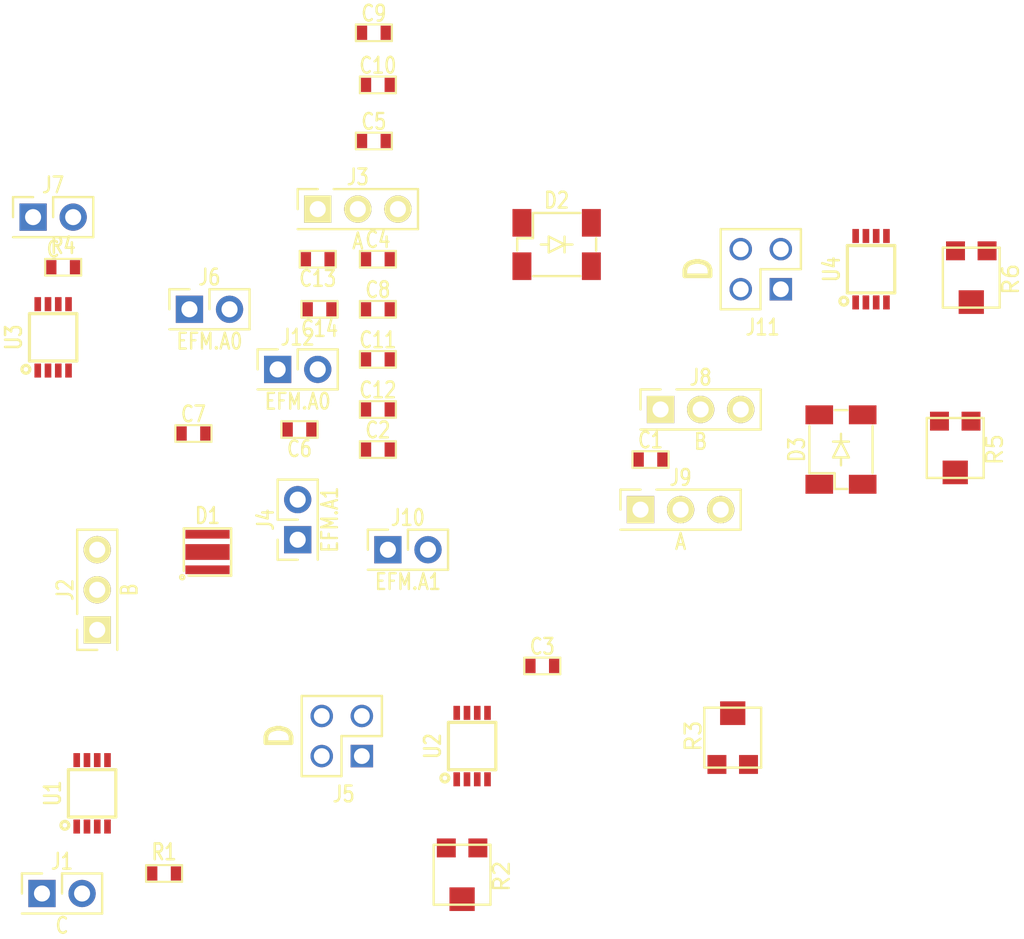
<source format=kicad_pcb>
(kicad_pcb (version 20171130) (host pcbnew "(5.0.2)-1")

  (general
    (thickness 1.6)
    (drawings 0)
    (tracks 0)
    (zones 0)
    (modules 39)
    (nets 35)
  )

  (page A4)
  (layers
    (0 F.Cu signal)
    (31 B.Cu signal)
    (32 B.Adhes user)
    (33 F.Adhes user)
    (34 B.Paste user)
    (35 F.Paste user)
    (36 B.SilkS user)
    (37 F.SilkS user)
    (38 B.Mask user)
    (39 F.Mask user)
    (40 Dwgs.User user)
    (41 Cmts.User user)
    (42 Eco1.User user)
    (43 Eco2.User user)
    (44 Edge.Cuts user)
    (45 Margin user)
    (46 B.CrtYd user)
    (47 F.CrtYd user)
    (48 B.Fab user)
    (49 F.Fab user)
  )

  (setup
    (last_trace_width 0.25)
    (trace_clearance 0.2)
    (zone_clearance 0.508)
    (zone_45_only no)
    (trace_min 0.2)
    (segment_width 0.2)
    (edge_width 0.15)
    (via_size 0.6)
    (via_drill 0.4)
    (via_min_size 0.4)
    (via_min_drill 0.3)
    (uvia_size 0.3)
    (uvia_drill 0.1)
    (uvias_allowed no)
    (uvia_min_size 0.2)
    (uvia_min_drill 0.1)
    (pcb_text_width 0.3)
    (pcb_text_size 1.5 1.5)
    (mod_edge_width 0.15)
    (mod_text_size 0.000001 0.000001)
    (mod_text_width 0.15)
    (pad_size 1.7272 1.7272)
    (pad_drill 1.016)
    (pad_to_mask_clearance 0.2)
    (solder_mask_min_width 0.25)
    (aux_axis_origin 0 0)
    (visible_elements 7FFFFFFF)
    (pcbplotparams
      (layerselection 0x00030_80000001)
      (usegerberextensions false)
      (usegerberattributes false)
      (usegerberadvancedattributes false)
      (creategerberjobfile false)
      (excludeedgelayer true)
      (linewidth 0.100000)
      (plotframeref false)
      (viasonmask false)
      (mode 1)
      (useauxorigin false)
      (hpglpennumber 1)
      (hpglpenspeed 20)
      (hpglpendiameter 15.000000)
      (psnegative false)
      (psa4output false)
      (plotreference true)
      (plotvalue true)
      (plotinvisibletext false)
      (padsonsilk false)
      (subtractmaskfromsilk false)
      (outputformat 1)
      (mirror false)
      (drillshape 1)
      (scaleselection 1)
      (outputdirectory ""))
  )

  (net 0 "")
  (net 1 GNDA)
  (net 2 +5VA)
  (net 3 +3V3)
  (net 4 "Net-(D1-Pad2)")
  (net 5 "Net-(D2-Pad1)")
  (net 6 "Net-(D3-Pad1)")
  (net 7 "Net-(J1-Pad1)")
  (net 8 "Net-(J2-Pad2)")
  (net 9 "Net-(J3-Pad2)")
  (net 10 /a1/O2)
  (net 11 "Net-(J5-Pad3)")
  (net 12 /a1/O1)
  (net 13 "Net-(J5-Pad1)")
  (net 14 "Net-(J7-Pad1)")
  (net 15 "Net-(J8-Pad2)")
  (net 16 "Net-(J9-Pad2)")
  (net 17 /a2/O2)
  (net 18 "Net-(J11-Pad3)")
  (net 19 /a2/O1)
  (net 20 "Net-(J11-Pad1)")
  (net 21 "Net-(R1-Pad2)")
  (net 22 /a1/N1)
  (net 23 "Net-(R2-Pad3)")
  (net 24 "Net-(R3-Pad1)")
  (net 25 /a1/N2)
  (net 26 "Net-(R4-Pad2)")
  (net 27 /a2/N1)
  (net 28 "Net-(R5-Pad3)")
  (net 29 "Net-(R6-Pad1)")
  (net 30 /a2/N2)
  (net 31 "Net-(U1-Pad1)")
  (net 32 "Net-(U1-Pad6)")
  (net 33 "Net-(U3-Pad1)")
  (net 34 "Net-(U3-Pad6)")

  (net_class Default "This is the default net class."
    (clearance 0.2)
    (trace_width 0.25)
    (via_dia 0.6)
    (via_drill 0.4)
    (uvia_dia 0.3)
    (uvia_drill 0.1)
    (add_net +3V3)
    (add_net +5VA)
    (add_net /a1/N1)
    (add_net /a1/N2)
    (add_net /a1/O1)
    (add_net /a1/O2)
    (add_net /a2/N1)
    (add_net /a2/N2)
    (add_net /a2/O1)
    (add_net /a2/O2)
    (add_net GNDA)
    (add_net "Net-(D1-Pad2)")
    (add_net "Net-(D2-Pad1)")
    (add_net "Net-(D3-Pad1)")
    (add_net "Net-(J1-Pad1)")
    (add_net "Net-(J11-Pad1)")
    (add_net "Net-(J11-Pad3)")
    (add_net "Net-(J2-Pad2)")
    (add_net "Net-(J3-Pad2)")
    (add_net "Net-(J5-Pad1)")
    (add_net "Net-(J5-Pad3)")
    (add_net "Net-(J7-Pad1)")
    (add_net "Net-(J8-Pad2)")
    (add_net "Net-(J9-Pad2)")
    (add_net "Net-(R1-Pad2)")
    (add_net "Net-(R2-Pad3)")
    (add_net "Net-(R3-Pad1)")
    (add_net "Net-(R4-Pad2)")
    (add_net "Net-(R5-Pad3)")
    (add_net "Net-(R6-Pad1)")
    (add_net "Net-(U1-Pad1)")
    (add_net "Net-(U1-Pad6)")
    (add_net "Net-(U3-Pad1)")
    (add_net "Net-(U3-Pad6)")
  )

  (module SM0603_Capacitor (layer F.Cu) (tedit 5655334A) (tstamp 5C68DDE5)
    (at 154.432 89.535)
    (descr "Generic 0603 Capacitors")
    (tags SM0603_Capacitor)
    (path /5BA15A66/5B9D22EF)
    (attr smd)
    (fp_text reference C1 (at 0 -1.23) (layer F.SilkS)
      (effects (font (size 1 0.8) (thickness 0.15)))
    )
    (fp_text value 220nF (at 0 -2.5) (layer F.SilkS) hide
      (effects (font (size 1 0.8) (thickness 0.15)))
    )
    (fp_text user %R (at 0 0) (layer F.Fab)
      (effects (font (size 0.5 0.5) (thickness 0.057)))
    )
    (fp_line (start -1.175 -0.725) (end -1.175 0.725) (layer F.CrtYd) (width 0.02))
    (fp_line (start 1.175 -0.725) (end -1.175 -0.725) (layer F.Fab) (width 0.05))
    (fp_line (start 1.175 -0.725) (end 1.175 0.725) (layer F.Fab) (width 0.05))
    (fp_line (start 1.175 -0.725) (end -1.175 -0.725) (layer F.CrtYd) (width 0.02))
    (fp_line (start 1.175 0.725) (end -1.175 0.725) (layer F.Fab) (width 0.05))
    (fp_line (start -1.175 -0.725) (end -1.175 0.725) (layer F.Fab) (width 0.05))
    (fp_line (start 1.175 -0.725) (end 1.175 0.725) (layer F.CrtYd) (width 0.02))
    (fp_line (start 1.175 0.725) (end -1.175 0.725) (layer F.CrtYd) (width 0.02))
    (fp_line (start -1.143 -0.53) (end 1.143 -0.53) (layer F.SilkS) (width 0.127))
    (fp_line (start 1.143 -0.53) (end 1.143 0.53) (layer F.SilkS) (width 0.127))
    (fp_line (start 1.143 0.53) (end -1.143 0.53) (layer F.SilkS) (width 0.127))
    (fp_line (start -1.143 0.53) (end -1.143 -0.53) (layer F.SilkS) (width 0.127))
    (fp_text user ics.mod[397] (at 0 1.635) (layer Cmts.User) hide
      (effects (font (size 0.4 0.4) (thickness 0.1)))
    )
    (pad 1 smd rect (at -0.75 0) (size 0.65 0.9) (layers F.Cu F.Paste F.Mask)
      (net 1 GNDA))
    (pad 2 smd rect (at 0.75 0) (size 0.65 0.9) (layers F.Cu F.Paste F.Mask)
      (net 2 +5VA))
    (model 3dpackage/smd/C0603.wrl
      (at (xyz 0 0 0))
      (scale (xyz 0.4 0.4 0.4))
      (rotate (xyz 0 0 0))
    )
  )

  (module SM0603_Capacitor (layer F.Cu) (tedit 5655334A) (tstamp 5C68DDF9)
    (at 137.16 88.9)
    (descr "Generic 0603 Capacitors")
    (tags SM0603_Capacitor)
    (path /5BA15A66/5B9ECEBB)
    (attr smd)
    (fp_text reference C2 (at 0 -1.23) (layer F.SilkS)
      (effects (font (size 1 0.8) (thickness 0.15)))
    )
    (fp_text value 2.2uF (at 0 -2.5) (layer F.SilkS) hide
      (effects (font (size 1 0.8) (thickness 0.15)))
    )
    (fp_text user %R (at 0 0) (layer F.Fab)
      (effects (font (size 0.5 0.5) (thickness 0.057)))
    )
    (fp_line (start -1.175 -0.725) (end -1.175 0.725) (layer F.CrtYd) (width 0.02))
    (fp_line (start 1.175 -0.725) (end -1.175 -0.725) (layer F.Fab) (width 0.05))
    (fp_line (start 1.175 -0.725) (end 1.175 0.725) (layer F.Fab) (width 0.05))
    (fp_line (start 1.175 -0.725) (end -1.175 -0.725) (layer F.CrtYd) (width 0.02))
    (fp_line (start 1.175 0.725) (end -1.175 0.725) (layer F.Fab) (width 0.05))
    (fp_line (start -1.175 -0.725) (end -1.175 0.725) (layer F.Fab) (width 0.05))
    (fp_line (start 1.175 -0.725) (end 1.175 0.725) (layer F.CrtYd) (width 0.02))
    (fp_line (start 1.175 0.725) (end -1.175 0.725) (layer F.CrtYd) (width 0.02))
    (fp_line (start -1.143 -0.53) (end 1.143 -0.53) (layer F.SilkS) (width 0.127))
    (fp_line (start 1.143 -0.53) (end 1.143 0.53) (layer F.SilkS) (width 0.127))
    (fp_line (start 1.143 0.53) (end -1.143 0.53) (layer F.SilkS) (width 0.127))
    (fp_line (start -1.143 0.53) (end -1.143 -0.53) (layer F.SilkS) (width 0.127))
    (fp_text user ics.mod[397] (at 0 1.635) (layer Cmts.User) hide
      (effects (font (size 0.4 0.4) (thickness 0.1)))
    )
    (pad 1 smd rect (at -0.75 0) (size 0.65 0.9) (layers F.Cu F.Paste F.Mask)
      (net 1 GNDA))
    (pad 2 smd rect (at 0.75 0) (size 0.65 0.9) (layers F.Cu F.Paste F.Mask)
      (net 2 +5VA))
    (model 3dpackage/smd/C0603.wrl
      (at (xyz 0 0 0))
      (scale (xyz 0.4 0.4 0.4))
      (rotate (xyz 0 0 0))
    )
  )

  (module SM0603_Capacitor (layer F.Cu) (tedit 5655334A) (tstamp 5C68DE0D)
    (at 147.574 102.616)
    (descr "Generic 0603 Capacitors")
    (tags SM0603_Capacitor)
    (path /5BA15A66/5BE7A6DF)
    (attr smd)
    (fp_text reference C3 (at 0 -1.23) (layer F.SilkS)
      (effects (font (size 1 0.8) (thickness 0.15)))
    )
    (fp_text value 2.2uF (at 0 -2.5) (layer F.SilkS) hide
      (effects (font (size 1 0.8) (thickness 0.15)))
    )
    (fp_text user %R (at 0 0) (layer F.Fab)
      (effects (font (size 0.5 0.5) (thickness 0.057)))
    )
    (fp_line (start -1.175 -0.725) (end -1.175 0.725) (layer F.CrtYd) (width 0.02))
    (fp_line (start 1.175 -0.725) (end -1.175 -0.725) (layer F.Fab) (width 0.05))
    (fp_line (start 1.175 -0.725) (end 1.175 0.725) (layer F.Fab) (width 0.05))
    (fp_line (start 1.175 -0.725) (end -1.175 -0.725) (layer F.CrtYd) (width 0.02))
    (fp_line (start 1.175 0.725) (end -1.175 0.725) (layer F.Fab) (width 0.05))
    (fp_line (start -1.175 -0.725) (end -1.175 0.725) (layer F.Fab) (width 0.05))
    (fp_line (start 1.175 -0.725) (end 1.175 0.725) (layer F.CrtYd) (width 0.02))
    (fp_line (start 1.175 0.725) (end -1.175 0.725) (layer F.CrtYd) (width 0.02))
    (fp_line (start -1.143 -0.53) (end 1.143 -0.53) (layer F.SilkS) (width 0.127))
    (fp_line (start 1.143 -0.53) (end 1.143 0.53) (layer F.SilkS) (width 0.127))
    (fp_line (start 1.143 0.53) (end -1.143 0.53) (layer F.SilkS) (width 0.127))
    (fp_line (start -1.143 0.53) (end -1.143 -0.53) (layer F.SilkS) (width 0.127))
    (fp_text user ics.mod[397] (at 0 1.635) (layer Cmts.User) hide
      (effects (font (size 0.4 0.4) (thickness 0.1)))
    )
    (pad 1 smd rect (at -0.75 0) (size 0.65 0.9) (layers F.Cu F.Paste F.Mask)
      (net 1 GNDA))
    (pad 2 smd rect (at 0.75 0) (size 0.65 0.9) (layers F.Cu F.Paste F.Mask)
      (net 2 +5VA))
    (model 3dpackage/smd/C0603.wrl
      (at (xyz 0 0 0))
      (scale (xyz 0.4 0.4 0.4))
      (rotate (xyz 0 0 0))
    )
  )

  (module SM0603_Capacitor (layer F.Cu) (tedit 5655334A) (tstamp 5C68DE21)
    (at 137.16 76.835)
    (descr "Generic 0603 Capacitors")
    (tags SM0603_Capacitor)
    (path /5BA15A66/5BE7A631)
    (attr smd)
    (fp_text reference C4 (at 0 -1.23) (layer F.SilkS)
      (effects (font (size 1 0.8) (thickness 0.15)))
    )
    (fp_text value 22uF (at 0 -2.5) (layer F.SilkS) hide
      (effects (font (size 1 0.8) (thickness 0.15)))
    )
    (fp_text user %R (at 0 0) (layer F.Fab)
      (effects (font (size 0.5 0.5) (thickness 0.057)))
    )
    (fp_line (start -1.175 -0.725) (end -1.175 0.725) (layer F.CrtYd) (width 0.02))
    (fp_line (start 1.175 -0.725) (end -1.175 -0.725) (layer F.Fab) (width 0.05))
    (fp_line (start 1.175 -0.725) (end 1.175 0.725) (layer F.Fab) (width 0.05))
    (fp_line (start 1.175 -0.725) (end -1.175 -0.725) (layer F.CrtYd) (width 0.02))
    (fp_line (start 1.175 0.725) (end -1.175 0.725) (layer F.Fab) (width 0.05))
    (fp_line (start -1.175 -0.725) (end -1.175 0.725) (layer F.Fab) (width 0.05))
    (fp_line (start 1.175 -0.725) (end 1.175 0.725) (layer F.CrtYd) (width 0.02))
    (fp_line (start 1.175 0.725) (end -1.175 0.725) (layer F.CrtYd) (width 0.02))
    (fp_line (start -1.143 -0.53) (end 1.143 -0.53) (layer F.SilkS) (width 0.127))
    (fp_line (start 1.143 -0.53) (end 1.143 0.53) (layer F.SilkS) (width 0.127))
    (fp_line (start 1.143 0.53) (end -1.143 0.53) (layer F.SilkS) (width 0.127))
    (fp_line (start -1.143 0.53) (end -1.143 -0.53) (layer F.SilkS) (width 0.127))
    (fp_text user ics.mod[397] (at 0 1.635) (layer Cmts.User) hide
      (effects (font (size 0.4 0.4) (thickness 0.1)))
    )
    (pad 1 smd rect (at -0.75 0) (size 0.65 0.9) (layers F.Cu F.Paste F.Mask)
      (net 1 GNDA))
    (pad 2 smd rect (at 0.75 0) (size 0.65 0.9) (layers F.Cu F.Paste F.Mask)
      (net 2 +5VA))
    (model 3dpackage/smd/C0603.wrl
      (at (xyz 0 0 0))
      (scale (xyz 0.4 0.4 0.4))
      (rotate (xyz 0 0 0))
    )
  )

  (module SM0603_Capacitor (layer F.Cu) (tedit 5655334A) (tstamp 5C68DE35)
    (at 136.906 69.342)
    (descr "Generic 0603 Capacitors")
    (tags SM0603_Capacitor)
    (path /5BA15A66/5BE80230)
    (attr smd)
    (fp_text reference C5 (at 0 -1.23) (layer F.SilkS)
      (effects (font (size 1 0.8) (thickness 0.15)))
    )
    (fp_text value 220nF (at 0 -2.5) (layer F.SilkS) hide
      (effects (font (size 1 0.8) (thickness 0.15)))
    )
    (fp_text user %R (at 0 0) (layer F.Fab)
      (effects (font (size 0.5 0.5) (thickness 0.057)))
    )
    (fp_line (start -1.175 -0.725) (end -1.175 0.725) (layer F.CrtYd) (width 0.02))
    (fp_line (start 1.175 -0.725) (end -1.175 -0.725) (layer F.Fab) (width 0.05))
    (fp_line (start 1.175 -0.725) (end 1.175 0.725) (layer F.Fab) (width 0.05))
    (fp_line (start 1.175 -0.725) (end -1.175 -0.725) (layer F.CrtYd) (width 0.02))
    (fp_line (start 1.175 0.725) (end -1.175 0.725) (layer F.Fab) (width 0.05))
    (fp_line (start -1.175 -0.725) (end -1.175 0.725) (layer F.Fab) (width 0.05))
    (fp_line (start 1.175 -0.725) (end 1.175 0.725) (layer F.CrtYd) (width 0.02))
    (fp_line (start 1.175 0.725) (end -1.175 0.725) (layer F.CrtYd) (width 0.02))
    (fp_line (start -1.143 -0.53) (end 1.143 -0.53) (layer F.SilkS) (width 0.127))
    (fp_line (start 1.143 -0.53) (end 1.143 0.53) (layer F.SilkS) (width 0.127))
    (fp_line (start 1.143 0.53) (end -1.143 0.53) (layer F.SilkS) (width 0.127))
    (fp_line (start -1.143 0.53) (end -1.143 -0.53) (layer F.SilkS) (width 0.127))
    (fp_text user ics.mod[397] (at 0 1.635) (layer Cmts.User) hide
      (effects (font (size 0.4 0.4) (thickness 0.1)))
    )
    (pad 1 smd rect (at -0.75 0) (size 0.65 0.9) (layers F.Cu F.Paste F.Mask)
      (net 1 GNDA))
    (pad 2 smd rect (at 0.75 0) (size 0.65 0.9) (layers F.Cu F.Paste F.Mask)
      (net 2 +5VA))
    (model 3dpackage/smd/C0603.wrl
      (at (xyz 0 0 0))
      (scale (xyz 0.4 0.4 0.4))
      (rotate (xyz 0 0 0))
    )
  )

  (module SM0603_Capacitor (layer F.Cu) (tedit 5655334A) (tstamp 5C68DE49)
    (at 132.195 87.63 180)
    (descr "Generic 0603 Capacitors")
    (tags SM0603_Capacitor)
    (path /5BA15A66/5C0BCA2F)
    (attr smd)
    (fp_text reference C6 (at 0 -1.23 180) (layer F.SilkS)
      (effects (font (size 1 0.8) (thickness 0.15)))
    )
    (fp_text value 2.2uF (at 0 -2.5 180) (layer F.SilkS) hide
      (effects (font (size 1 0.8) (thickness 0.15)))
    )
    (fp_text user %R (at 0 0 180) (layer F.Fab)
      (effects (font (size 0.5 0.5) (thickness 0.057)))
    )
    (fp_line (start -1.175 -0.725) (end -1.175 0.725) (layer F.CrtYd) (width 0.02))
    (fp_line (start 1.175 -0.725) (end -1.175 -0.725) (layer F.Fab) (width 0.05))
    (fp_line (start 1.175 -0.725) (end 1.175 0.725) (layer F.Fab) (width 0.05))
    (fp_line (start 1.175 -0.725) (end -1.175 -0.725) (layer F.CrtYd) (width 0.02))
    (fp_line (start 1.175 0.725) (end -1.175 0.725) (layer F.Fab) (width 0.05))
    (fp_line (start -1.175 -0.725) (end -1.175 0.725) (layer F.Fab) (width 0.05))
    (fp_line (start 1.175 -0.725) (end 1.175 0.725) (layer F.CrtYd) (width 0.02))
    (fp_line (start 1.175 0.725) (end -1.175 0.725) (layer F.CrtYd) (width 0.02))
    (fp_line (start -1.143 -0.53) (end 1.143 -0.53) (layer F.SilkS) (width 0.127))
    (fp_line (start 1.143 -0.53) (end 1.143 0.53) (layer F.SilkS) (width 0.127))
    (fp_line (start 1.143 0.53) (end -1.143 0.53) (layer F.SilkS) (width 0.127))
    (fp_line (start -1.143 0.53) (end -1.143 -0.53) (layer F.SilkS) (width 0.127))
    (fp_text user ics.mod[397] (at 0 1.635 180) (layer Cmts.User) hide
      (effects (font (size 0.4 0.4) (thickness 0.1)))
    )
    (pad 1 smd rect (at -0.75 0 180) (size 0.65 0.9) (layers F.Cu F.Paste F.Mask)
      (net 1 GNDA))
    (pad 2 smd rect (at 0.75 0 180) (size 0.65 0.9) (layers F.Cu F.Paste F.Mask)
      (net 3 +3V3))
    (model 3dpackage/smd/C0603.wrl
      (at (xyz 0 0 0))
      (scale (xyz 0.4 0.4 0.4))
      (rotate (xyz 0 0 0))
    )
  )

  (module SM0603_Capacitor (layer F.Cu) (tedit 5655334A) (tstamp 5C68DE5D)
    (at 125.476 87.884)
    (descr "Generic 0603 Capacitors")
    (tags SM0603_Capacitor)
    (path /5BA15A66/5BF40FBF)
    (attr smd)
    (fp_text reference C7 (at 0 -1.23) (layer F.SilkS)
      (effects (font (size 1 0.8) (thickness 0.15)))
    )
    (fp_text value 22uF (at 0 -2.5) (layer F.SilkS) hide
      (effects (font (size 1 0.8) (thickness 0.15)))
    )
    (fp_text user %R (at 0 0) (layer F.Fab)
      (effects (font (size 0.5 0.5) (thickness 0.057)))
    )
    (fp_line (start -1.175 -0.725) (end -1.175 0.725) (layer F.CrtYd) (width 0.02))
    (fp_line (start 1.175 -0.725) (end -1.175 -0.725) (layer F.Fab) (width 0.05))
    (fp_line (start 1.175 -0.725) (end 1.175 0.725) (layer F.Fab) (width 0.05))
    (fp_line (start 1.175 -0.725) (end -1.175 -0.725) (layer F.CrtYd) (width 0.02))
    (fp_line (start 1.175 0.725) (end -1.175 0.725) (layer F.Fab) (width 0.05))
    (fp_line (start -1.175 -0.725) (end -1.175 0.725) (layer F.Fab) (width 0.05))
    (fp_line (start 1.175 -0.725) (end 1.175 0.725) (layer F.CrtYd) (width 0.02))
    (fp_line (start 1.175 0.725) (end -1.175 0.725) (layer F.CrtYd) (width 0.02))
    (fp_line (start -1.143 -0.53) (end 1.143 -0.53) (layer F.SilkS) (width 0.127))
    (fp_line (start 1.143 -0.53) (end 1.143 0.53) (layer F.SilkS) (width 0.127))
    (fp_line (start 1.143 0.53) (end -1.143 0.53) (layer F.SilkS) (width 0.127))
    (fp_line (start -1.143 0.53) (end -1.143 -0.53) (layer F.SilkS) (width 0.127))
    (fp_text user ics.mod[397] (at 0 1.635) (layer Cmts.User) hide
      (effects (font (size 0.4 0.4) (thickness 0.1)))
    )
    (pad 1 smd rect (at -0.75 0) (size 0.65 0.9) (layers F.Cu F.Paste F.Mask)
      (net 1 GNDA))
    (pad 2 smd rect (at 0.75 0) (size 0.65 0.9) (layers F.Cu F.Paste F.Mask)
      (net 3 +3V3))
    (model 3dpackage/smd/C0603.wrl
      (at (xyz 0 0 0))
      (scale (xyz 0.4 0.4 0.4))
      (rotate (xyz 0 0 0))
    )
  )

  (module SM0603_Capacitor (layer F.Cu) (tedit 5655334A) (tstamp 5C68DE71)
    (at 137.16 80.01)
    (descr "Generic 0603 Capacitors")
    (tags SM0603_Capacitor)
    (path /5BA15A67/5B9D22EF)
    (attr smd)
    (fp_text reference C8 (at 0 -1.23) (layer F.SilkS)
      (effects (font (size 1 0.8) (thickness 0.15)))
    )
    (fp_text value 220nF (at 0 -2.5) (layer F.SilkS) hide
      (effects (font (size 1 0.8) (thickness 0.15)))
    )
    (fp_text user %R (at 0 0) (layer F.Fab)
      (effects (font (size 0.5 0.5) (thickness 0.057)))
    )
    (fp_line (start -1.175 -0.725) (end -1.175 0.725) (layer F.CrtYd) (width 0.02))
    (fp_line (start 1.175 -0.725) (end -1.175 -0.725) (layer F.Fab) (width 0.05))
    (fp_line (start 1.175 -0.725) (end 1.175 0.725) (layer F.Fab) (width 0.05))
    (fp_line (start 1.175 -0.725) (end -1.175 -0.725) (layer F.CrtYd) (width 0.02))
    (fp_line (start 1.175 0.725) (end -1.175 0.725) (layer F.Fab) (width 0.05))
    (fp_line (start -1.175 -0.725) (end -1.175 0.725) (layer F.Fab) (width 0.05))
    (fp_line (start 1.175 -0.725) (end 1.175 0.725) (layer F.CrtYd) (width 0.02))
    (fp_line (start 1.175 0.725) (end -1.175 0.725) (layer F.CrtYd) (width 0.02))
    (fp_line (start -1.143 -0.53) (end 1.143 -0.53) (layer F.SilkS) (width 0.127))
    (fp_line (start 1.143 -0.53) (end 1.143 0.53) (layer F.SilkS) (width 0.127))
    (fp_line (start 1.143 0.53) (end -1.143 0.53) (layer F.SilkS) (width 0.127))
    (fp_line (start -1.143 0.53) (end -1.143 -0.53) (layer F.SilkS) (width 0.127))
    (fp_text user ics.mod[397] (at 0 1.635) (layer Cmts.User) hide
      (effects (font (size 0.4 0.4) (thickness 0.1)))
    )
    (pad 1 smd rect (at -0.75 0) (size 0.65 0.9) (layers F.Cu F.Paste F.Mask)
      (net 1 GNDA))
    (pad 2 smd rect (at 0.75 0) (size 0.65 0.9) (layers F.Cu F.Paste F.Mask)
      (net 2 +5VA))
    (model 3dpackage/smd/C0603.wrl
      (at (xyz 0 0 0))
      (scale (xyz 0.4 0.4 0.4))
      (rotate (xyz 0 0 0))
    )
  )

  (module SM0603_Capacitor (layer F.Cu) (tedit 5655334A) (tstamp 5C68DE85)
    (at 136.906 62.484)
    (descr "Generic 0603 Capacitors")
    (tags SM0603_Capacitor)
    (path /5BA15A67/5B9ECEBB)
    (attr smd)
    (fp_text reference C9 (at 0 -1.23) (layer F.SilkS)
      (effects (font (size 1 0.8) (thickness 0.15)))
    )
    (fp_text value 2.2uF (at 0 -2.5) (layer F.SilkS) hide
      (effects (font (size 1 0.8) (thickness 0.15)))
    )
    (fp_text user %R (at 0 0) (layer F.Fab)
      (effects (font (size 0.5 0.5) (thickness 0.057)))
    )
    (fp_line (start -1.175 -0.725) (end -1.175 0.725) (layer F.CrtYd) (width 0.02))
    (fp_line (start 1.175 -0.725) (end -1.175 -0.725) (layer F.Fab) (width 0.05))
    (fp_line (start 1.175 -0.725) (end 1.175 0.725) (layer F.Fab) (width 0.05))
    (fp_line (start 1.175 -0.725) (end -1.175 -0.725) (layer F.CrtYd) (width 0.02))
    (fp_line (start 1.175 0.725) (end -1.175 0.725) (layer F.Fab) (width 0.05))
    (fp_line (start -1.175 -0.725) (end -1.175 0.725) (layer F.Fab) (width 0.05))
    (fp_line (start 1.175 -0.725) (end 1.175 0.725) (layer F.CrtYd) (width 0.02))
    (fp_line (start 1.175 0.725) (end -1.175 0.725) (layer F.CrtYd) (width 0.02))
    (fp_line (start -1.143 -0.53) (end 1.143 -0.53) (layer F.SilkS) (width 0.127))
    (fp_line (start 1.143 -0.53) (end 1.143 0.53) (layer F.SilkS) (width 0.127))
    (fp_line (start 1.143 0.53) (end -1.143 0.53) (layer F.SilkS) (width 0.127))
    (fp_line (start -1.143 0.53) (end -1.143 -0.53) (layer F.SilkS) (width 0.127))
    (fp_text user ics.mod[397] (at 0 1.635) (layer Cmts.User) hide
      (effects (font (size 0.4 0.4) (thickness 0.1)))
    )
    (pad 1 smd rect (at -0.75 0) (size 0.65 0.9) (layers F.Cu F.Paste F.Mask)
      (net 1 GNDA))
    (pad 2 smd rect (at 0.75 0) (size 0.65 0.9) (layers F.Cu F.Paste F.Mask)
      (net 2 +5VA))
    (model 3dpackage/smd/C0603.wrl
      (at (xyz 0 0 0))
      (scale (xyz 0.4 0.4 0.4))
      (rotate (xyz 0 0 0))
    )
  )

  (module SM0603_Capacitor (layer F.Cu) (tedit 5655334A) (tstamp 5C68DE99)
    (at 137.16 65.786)
    (descr "Generic 0603 Capacitors")
    (tags SM0603_Capacitor)
    (path /5BA15A67/5BE7A6DF)
    (attr smd)
    (fp_text reference C10 (at 0 -1.23) (layer F.SilkS)
      (effects (font (size 1 0.8) (thickness 0.15)))
    )
    (fp_text value 2.2uF (at 0 -2.5) (layer F.SilkS) hide
      (effects (font (size 1 0.8) (thickness 0.15)))
    )
    (fp_text user %R (at 0 0) (layer F.Fab)
      (effects (font (size 0.5 0.5) (thickness 0.057)))
    )
    (fp_line (start -1.175 -0.725) (end -1.175 0.725) (layer F.CrtYd) (width 0.02))
    (fp_line (start 1.175 -0.725) (end -1.175 -0.725) (layer F.Fab) (width 0.05))
    (fp_line (start 1.175 -0.725) (end 1.175 0.725) (layer F.Fab) (width 0.05))
    (fp_line (start 1.175 -0.725) (end -1.175 -0.725) (layer F.CrtYd) (width 0.02))
    (fp_line (start 1.175 0.725) (end -1.175 0.725) (layer F.Fab) (width 0.05))
    (fp_line (start -1.175 -0.725) (end -1.175 0.725) (layer F.Fab) (width 0.05))
    (fp_line (start 1.175 -0.725) (end 1.175 0.725) (layer F.CrtYd) (width 0.02))
    (fp_line (start 1.175 0.725) (end -1.175 0.725) (layer F.CrtYd) (width 0.02))
    (fp_line (start -1.143 -0.53) (end 1.143 -0.53) (layer F.SilkS) (width 0.127))
    (fp_line (start 1.143 -0.53) (end 1.143 0.53) (layer F.SilkS) (width 0.127))
    (fp_line (start 1.143 0.53) (end -1.143 0.53) (layer F.SilkS) (width 0.127))
    (fp_line (start -1.143 0.53) (end -1.143 -0.53) (layer F.SilkS) (width 0.127))
    (fp_text user ics.mod[397] (at 0 1.635) (layer Cmts.User) hide
      (effects (font (size 0.4 0.4) (thickness 0.1)))
    )
    (pad 1 smd rect (at -0.75 0) (size 0.65 0.9) (layers F.Cu F.Paste F.Mask)
      (net 1 GNDA))
    (pad 2 smd rect (at 0.75 0) (size 0.65 0.9) (layers F.Cu F.Paste F.Mask)
      (net 2 +5VA))
    (model 3dpackage/smd/C0603.wrl
      (at (xyz 0 0 0))
      (scale (xyz 0.4 0.4 0.4))
      (rotate (xyz 0 0 0))
    )
  )

  (module SM0603_Capacitor (layer F.Cu) (tedit 5655334A) (tstamp 5C68DEAD)
    (at 137.16 83.185)
    (descr "Generic 0603 Capacitors")
    (tags SM0603_Capacitor)
    (path /5BA15A67/5BE7A631)
    (attr smd)
    (fp_text reference C11 (at 0 -1.23) (layer F.SilkS)
      (effects (font (size 1 0.8) (thickness 0.15)))
    )
    (fp_text value 22uF (at 0 -2.5) (layer F.SilkS) hide
      (effects (font (size 1 0.8) (thickness 0.15)))
    )
    (fp_text user %R (at 0 0) (layer F.Fab)
      (effects (font (size 0.5 0.5) (thickness 0.057)))
    )
    (fp_line (start -1.175 -0.725) (end -1.175 0.725) (layer F.CrtYd) (width 0.02))
    (fp_line (start 1.175 -0.725) (end -1.175 -0.725) (layer F.Fab) (width 0.05))
    (fp_line (start 1.175 -0.725) (end 1.175 0.725) (layer F.Fab) (width 0.05))
    (fp_line (start 1.175 -0.725) (end -1.175 -0.725) (layer F.CrtYd) (width 0.02))
    (fp_line (start 1.175 0.725) (end -1.175 0.725) (layer F.Fab) (width 0.05))
    (fp_line (start -1.175 -0.725) (end -1.175 0.725) (layer F.Fab) (width 0.05))
    (fp_line (start 1.175 -0.725) (end 1.175 0.725) (layer F.CrtYd) (width 0.02))
    (fp_line (start 1.175 0.725) (end -1.175 0.725) (layer F.CrtYd) (width 0.02))
    (fp_line (start -1.143 -0.53) (end 1.143 -0.53) (layer F.SilkS) (width 0.127))
    (fp_line (start 1.143 -0.53) (end 1.143 0.53) (layer F.SilkS) (width 0.127))
    (fp_line (start 1.143 0.53) (end -1.143 0.53) (layer F.SilkS) (width 0.127))
    (fp_line (start -1.143 0.53) (end -1.143 -0.53) (layer F.SilkS) (width 0.127))
    (fp_text user ics.mod[397] (at 0 1.635) (layer Cmts.User) hide
      (effects (font (size 0.4 0.4) (thickness 0.1)))
    )
    (pad 1 smd rect (at -0.75 0) (size 0.65 0.9) (layers F.Cu F.Paste F.Mask)
      (net 1 GNDA))
    (pad 2 smd rect (at 0.75 0) (size 0.65 0.9) (layers F.Cu F.Paste F.Mask)
      (net 2 +5VA))
    (model 3dpackage/smd/C0603.wrl
      (at (xyz 0 0 0))
      (scale (xyz 0.4 0.4 0.4))
      (rotate (xyz 0 0 0))
    )
  )

  (module SM0603_Capacitor (layer F.Cu) (tedit 5655334A) (tstamp 5C68DEC1)
    (at 137.16 86.36)
    (descr "Generic 0603 Capacitors")
    (tags SM0603_Capacitor)
    (path /5BA15A67/5BE80230)
    (attr smd)
    (fp_text reference C12 (at 0 -1.23) (layer F.SilkS)
      (effects (font (size 1 0.8) (thickness 0.15)))
    )
    (fp_text value 220nF (at 0 -2.5) (layer F.SilkS) hide
      (effects (font (size 1 0.8) (thickness 0.15)))
    )
    (fp_text user %R (at 0 0) (layer F.Fab)
      (effects (font (size 0.5 0.5) (thickness 0.057)))
    )
    (fp_line (start -1.175 -0.725) (end -1.175 0.725) (layer F.CrtYd) (width 0.02))
    (fp_line (start 1.175 -0.725) (end -1.175 -0.725) (layer F.Fab) (width 0.05))
    (fp_line (start 1.175 -0.725) (end 1.175 0.725) (layer F.Fab) (width 0.05))
    (fp_line (start 1.175 -0.725) (end -1.175 -0.725) (layer F.CrtYd) (width 0.02))
    (fp_line (start 1.175 0.725) (end -1.175 0.725) (layer F.Fab) (width 0.05))
    (fp_line (start -1.175 -0.725) (end -1.175 0.725) (layer F.Fab) (width 0.05))
    (fp_line (start 1.175 -0.725) (end 1.175 0.725) (layer F.CrtYd) (width 0.02))
    (fp_line (start 1.175 0.725) (end -1.175 0.725) (layer F.CrtYd) (width 0.02))
    (fp_line (start -1.143 -0.53) (end 1.143 -0.53) (layer F.SilkS) (width 0.127))
    (fp_line (start 1.143 -0.53) (end 1.143 0.53) (layer F.SilkS) (width 0.127))
    (fp_line (start 1.143 0.53) (end -1.143 0.53) (layer F.SilkS) (width 0.127))
    (fp_line (start -1.143 0.53) (end -1.143 -0.53) (layer F.SilkS) (width 0.127))
    (fp_text user ics.mod[397] (at 0 1.635) (layer Cmts.User) hide
      (effects (font (size 0.4 0.4) (thickness 0.1)))
    )
    (pad 1 smd rect (at -0.75 0) (size 0.65 0.9) (layers F.Cu F.Paste F.Mask)
      (net 1 GNDA))
    (pad 2 smd rect (at 0.75 0) (size 0.65 0.9) (layers F.Cu F.Paste F.Mask)
      (net 2 +5VA))
    (model 3dpackage/smd/C0603.wrl
      (at (xyz 0 0 0))
      (scale (xyz 0.4 0.4 0.4))
      (rotate (xyz 0 0 0))
    )
  )

  (module SM0603_Capacitor (layer F.Cu) (tedit 5655334A) (tstamp 5C68DED5)
    (at 133.35 76.835 180)
    (descr "Generic 0603 Capacitors")
    (tags SM0603_Capacitor)
    (path /5BA15A67/5C0BCA2F)
    (attr smd)
    (fp_text reference C13 (at 0 -1.23 180) (layer F.SilkS)
      (effects (font (size 1 0.8) (thickness 0.15)))
    )
    (fp_text value 2.2uF (at 0 -2.5 180) (layer F.SilkS) hide
      (effects (font (size 1 0.8) (thickness 0.15)))
    )
    (fp_text user %R (at 0 0 180) (layer F.Fab)
      (effects (font (size 0.5 0.5) (thickness 0.057)))
    )
    (fp_line (start -1.175 -0.725) (end -1.175 0.725) (layer F.CrtYd) (width 0.02))
    (fp_line (start 1.175 -0.725) (end -1.175 -0.725) (layer F.Fab) (width 0.05))
    (fp_line (start 1.175 -0.725) (end 1.175 0.725) (layer F.Fab) (width 0.05))
    (fp_line (start 1.175 -0.725) (end -1.175 -0.725) (layer F.CrtYd) (width 0.02))
    (fp_line (start 1.175 0.725) (end -1.175 0.725) (layer F.Fab) (width 0.05))
    (fp_line (start -1.175 -0.725) (end -1.175 0.725) (layer F.Fab) (width 0.05))
    (fp_line (start 1.175 -0.725) (end 1.175 0.725) (layer F.CrtYd) (width 0.02))
    (fp_line (start 1.175 0.725) (end -1.175 0.725) (layer F.CrtYd) (width 0.02))
    (fp_line (start -1.143 -0.53) (end 1.143 -0.53) (layer F.SilkS) (width 0.127))
    (fp_line (start 1.143 -0.53) (end 1.143 0.53) (layer F.SilkS) (width 0.127))
    (fp_line (start 1.143 0.53) (end -1.143 0.53) (layer F.SilkS) (width 0.127))
    (fp_line (start -1.143 0.53) (end -1.143 -0.53) (layer F.SilkS) (width 0.127))
    (fp_text user ics.mod[397] (at 0 1.635 180) (layer Cmts.User) hide
      (effects (font (size 0.4 0.4) (thickness 0.1)))
    )
    (pad 1 smd rect (at -0.75 0 180) (size 0.65 0.9) (layers F.Cu F.Paste F.Mask)
      (net 1 GNDA))
    (pad 2 smd rect (at 0.75 0 180) (size 0.65 0.9) (layers F.Cu F.Paste F.Mask)
      (net 3 +3V3))
    (model 3dpackage/smd/C0603.wrl
      (at (xyz 0 0 0))
      (scale (xyz 0.4 0.4 0.4))
      (rotate (xyz 0 0 0))
    )
  )

  (module SM0603_Capacitor (layer F.Cu) (tedit 5655334A) (tstamp 5C68DEE9)
    (at 133.465 80.01 180)
    (descr "Generic 0603 Capacitors")
    (tags SM0603_Capacitor)
    (path /5BA15A67/5BF40FBF)
    (attr smd)
    (fp_text reference C14 (at 0 -1.23 180) (layer F.SilkS)
      (effects (font (size 1 0.8) (thickness 0.15)))
    )
    (fp_text value 22uF (at 0 -2.5 180) (layer F.SilkS) hide
      (effects (font (size 1 0.8) (thickness 0.15)))
    )
    (fp_text user %R (at 0 0 180) (layer F.Fab)
      (effects (font (size 0.5 0.5) (thickness 0.057)))
    )
    (fp_line (start -1.175 -0.725) (end -1.175 0.725) (layer F.CrtYd) (width 0.02))
    (fp_line (start 1.175 -0.725) (end -1.175 -0.725) (layer F.Fab) (width 0.05))
    (fp_line (start 1.175 -0.725) (end 1.175 0.725) (layer F.Fab) (width 0.05))
    (fp_line (start 1.175 -0.725) (end -1.175 -0.725) (layer F.CrtYd) (width 0.02))
    (fp_line (start 1.175 0.725) (end -1.175 0.725) (layer F.Fab) (width 0.05))
    (fp_line (start -1.175 -0.725) (end -1.175 0.725) (layer F.Fab) (width 0.05))
    (fp_line (start 1.175 -0.725) (end 1.175 0.725) (layer F.CrtYd) (width 0.02))
    (fp_line (start 1.175 0.725) (end -1.175 0.725) (layer F.CrtYd) (width 0.02))
    (fp_line (start -1.143 -0.53) (end 1.143 -0.53) (layer F.SilkS) (width 0.127))
    (fp_line (start 1.143 -0.53) (end 1.143 0.53) (layer F.SilkS) (width 0.127))
    (fp_line (start 1.143 0.53) (end -1.143 0.53) (layer F.SilkS) (width 0.127))
    (fp_line (start -1.143 0.53) (end -1.143 -0.53) (layer F.SilkS) (width 0.127))
    (fp_text user ics.mod[397] (at 0 1.635 180) (layer Cmts.User) hide
      (effects (font (size 0.4 0.4) (thickness 0.1)))
    )
    (pad 1 smd rect (at -0.75 0 180) (size 0.65 0.9) (layers F.Cu F.Paste F.Mask)
      (net 1 GNDA))
    (pad 2 smd rect (at 0.75 0 180) (size 0.65 0.9) (layers F.Cu F.Paste F.Mask)
      (net 3 +3V3))
    (model 3dpackage/smd/C0603.wrl
      (at (xyz 0 0 0))
      (scale (xyz 0.4 0.4 0.4))
      (rotate (xyz 0 0 0))
    )
  )

  (module SM1212_ALED_TPAD (layer F.Cu) (tedit 5BEB13C3) (tstamp 5C68DF06)
    (at 126.365 95.395)
    (tags SM1212)
    (path /5BA15A66/5BF5A1DC)
    (attr smd)
    (fp_text reference D1 (at 0 -2.3) (layer F.SilkS)
      (effects (font (size 1 0.8) (thickness 0.15)))
    )
    (fp_text value "GH CSSPM1.24" (at 0 2.5) (layer F.SilkS) hide
      (effects (font (size 1 0.8) (thickness 0.15)))
    )
    (fp_text user https://dammedia.osram.info/media/resource/hires/osram-dam-4651431/GH%20CSSPM1.24.pdf (at 0 3.3) (layer Cmts.User) hide
      (effects (font (size 0.2 0.2) (thickness 0.02)))
    )
    (fp_circle (center -1.6 1.6) (end -1.6 1.473) (layer F.SilkS) (width 0.16))
    (fp_line (start 1.5 1.5) (end -1.5 1.5) (layer F.Fab) (width 0.05))
    (fp_line (start 1.5 -1.5) (end 1.5 1.5) (layer F.Fab) (width 0.05))
    (fp_text user %R (at -0.9 0 90) (layer F.Fab)
      (effects (font (size 0.5 0.5) (thickness 0.057)))
    )
    (fp_text user "Update by NKN on 11/13/2018" (at 0 3.7) (layer Cmts.User) hide
      (effects (font (size 0.2 0.2) (thickness 0.02)))
    )
    (fp_line (start 1.5 -1.5) (end -1.5 -1.5) (layer F.Fab) (width 0.05))
    (fp_line (start -1.5 -1.5) (end -1.5 1.5) (layer F.Fab) (width 0.05))
    (fp_line (start 1.6 -1.6) (end -1.6 -1.6) (layer F.CrtYd) (width 0.02))
    (fp_line (start -1.6 -1.6) (end -1.6 1.6) (layer F.CrtYd) (width 0.02))
    (fp_line (start -1.6 1.6) (end 1.6 1.6) (layer F.CrtYd) (width 0.02))
    (fp_line (start 1.6 1.6) (end 1.6 -1.6) (layer F.CrtYd) (width 0.02))
    (fp_line (start 1.5 -1.5) (end 1.5 1.5) (layer F.SilkS) (width 0.15))
    (fp_line (start 1.5 1.5) (end -1.2 1.5) (layer F.SilkS) (width 0.15))
    (fp_line (start -1.5 1.2) (end -1.5 -1.5) (layer F.SilkS) (width 0.15))
    (fp_line (start 1.5 -1.5) (end -1.5 -1.5) (layer F.SilkS) (width 0.15))
    (fp_line (start 0.4 -0.468) (end -0.4 -0.468) (layer F.Fab) (width 0.05))
    (fp_line (start 0 -0.468) (end 0.4 0.432) (layer F.Fab) (width 0.05))
    (fp_line (start 0.4 0.432) (end -0.4 0.432) (layer F.Fab) (width 0.05))
    (fp_line (start -0.4 0.432) (end 0 -0.468) (layer F.Fab) (width 0.05))
    (fp_line (start 0 0.432) (end 0 0.732) (layer F.Fab) (width 0.05))
    (fp_line (start 0 -0.468) (end 0 -0.668) (layer F.Fab) (width 0.05))
    (pad 2 smd rect (at 0 -1.125 270) (size 0.55 2.8) (layers F.Cu F.Adhes F.Paste F.Mask)
      (net 4 "Net-(D1-Pad2)"))
    (pad TPAD smd rect (at 0 0 270) (size 1 2.8) (layers F.Cu F.Adhes F.Paste F.Mask)
      (net 1 GNDA))
    (pad 1 smd rect (at 0 1.125 270) (size 0.55 2.8) (layers F.Cu F.Adhes F.Paste F.Mask)
      (net 2 +5VA))
    (model 3dpackage/smd/led_0805.wrl
      (at (xyz 0 0 0))
      (scale (xyz 0.59 0.9399999999999999 1))
      (rotate (xyz 0 0 90))
    )
  )

  (module 4-SMD_LED placed (layer F.Cu) (tedit 5BEB261C) (tstamp 5C68D9A7)
    (at 148.485 75.905 270)
    (tags 4-SMD)
    (path /5BA15A66/5B6F07F6)
    (attr smd)
    (fp_text reference D2 (at -2.8 0) (layer F.SilkS)
      (effects (font (size 1 0.8) (thickness 0.15)))
    )
    (fp_text value TEMD5110X01 (at 2.8 0) (layer F.SilkS) hide
      (effects (font (size 1 0.8) (thickness 0.15)))
    )
    (fp_text user http://www.vishay.com/docs/84354/vemd5510c.pdf (at 0 3.2 270) (layer Cmts.User) hide
      (effects (font (size 0.2 0.2) (thickness 0.02)))
    )
    (fp_text user "Update by NKN on 11/13/2018" (at 0 3.55 270) (layer Cmts.User) hide
      (effects (font (size 0.2 0.2) (thickness 0.02)))
    )
    (fp_text user %R (at 1.25 0 180) (layer F.Fab)
      (effects (font (size 0.5 0.5) (thickness 0.075)))
    )
    (fp_line (start 2 -2.5) (end -2 -2.5) (layer F.Fab) (width 0.05))
    (fp_line (start 2 -2.5) (end 2 2.5) (layer F.Fab) (width 0.05))
    (fp_line (start -2 -2.5) (end -2 1.5) (layer F.Fab) (width 0.05))
    (fp_line (start 2 2.5) (end -0.5 2.5) (layer F.Fab) (width 0.05))
    (fp_line (start 2.5 -3) (end -2.5 -3) (layer F.CrtYd) (width 0.02))
    (fp_line (start -2.5 -3) (end -2.5 3) (layer F.CrtYd) (width 0.02))
    (fp_line (start 2.5 3) (end -2.5 3) (layer F.CrtYd) (width 0.02))
    (fp_line (start 2.5 -3) (end 2.5 3) (layer F.CrtYd) (width 0.02))
    (fp_line (start 0 -0.5) (end 0 -1) (layer F.Fab) (width 0.05))
    (fp_line (start 0 0.5) (end 0 1) (layer F.Fab) (width 0.05))
    (fp_line (start 0.5 -0.5) (end -0.5 -0.5) (layer F.Fab) (width 0.05))
    (fp_line (start -0.5 0.5) (end 0.5 0.5) (layer F.Fab) (width 0.05))
    (fp_line (start 0.5 0.5) (end 0 -0.5) (layer F.Fab) (width 0.05))
    (fp_line (start 0 -0.5) (end -0.5 0.5) (layer F.Fab) (width 0.05))
    (fp_line (start -0.5 2.5) (end -2 1.5) (layer F.Fab) (width 0.05))
    (fp_line (start -0.4 -2.5) (end 0.4 -2.5) (layer F.SilkS) (width 0.15))
    (fp_line (start 2 -1.5) (end 2 1.5) (layer F.SilkS) (width 0.15))
    (fp_line (start 0.4 2.5) (end -0.4 2.5) (layer F.SilkS) (width 0.15))
    (fp_line (start -2 1.5) (end -2 -1.5) (layer F.SilkS) (width 0.15))
    (fp_line (start -2 1.5) (end -0.4 1.5) (layer F.SilkS) (width 0.15))
    (fp_line (start -0.5 0.5) (end 0.5 0.5) (layer F.SilkS) (width 0.15))
    (fp_line (start 0.5 0.5) (end 0 -0.5) (layer F.SilkS) (width 0.15))
    (fp_line (start 0 -0.5) (end -0.5 0.5) (layer F.SilkS) (width 0.15))
    (fp_line (start 0.5 -0.5) (end -0.5 -0.5) (layer F.SilkS) (width 0.15))
    (fp_line (start 0 -0.5) (end 0 -1) (layer F.SilkS) (width 0.15))
    (fp_line (start 0 0.5) (end 0 1) (layer F.SilkS) (width 0.15))
    (fp_line (start -0.4 1.5) (end -0.4 2.5) (layer F.SilkS) (width 0.15))
    (pad 1 smd rect (at -1.375 2.2 270) (size 1.75 1.2) (layers F.Cu F.Paste F.Mask)
      (net 5 "Net-(D2-Pad1)"))
    (pad 1 smd rect (at 1.375 2.2 270) (size 1.75 1.2) (layers F.Cu F.Paste F.Mask)
      (net 5 "Net-(D2-Pad1)"))
    (pad 2 smd rect (at 1.375 -2.2 270) (size 1.75 1.2) (layers F.Cu F.Paste F.Mask)
      (net 2 +5VA))
    (pad 2 smd rect (at -1.375 -2.2 270) (size 1.75 1.2) (layers F.Cu F.Paste F.Mask)
      (net 2 +5VA))
    (model 3dpackage/basic_shapes/cube_1x1x1m_gray.wrl
      (at (xyz 0 0 0))
      (scale (xyz 0.004 0.005 0.001))
      (rotate (xyz 0 0 0))
    )
  )

  (module 4-SMD_LED placed (layer F.Cu) (tedit 5BEB261C) (tstamp 5C68DF52)
    (at 166.497 88.9)
    (tags 4-SMD)
    (path /5BA15A67/5B6F07F6)
    (attr smd)
    (fp_text reference D3 (at -2.8 0 90) (layer F.SilkS)
      (effects (font (size 1 0.8) (thickness 0.15)))
    )
    (fp_text value TEMD5110X01 (at 2.8 0 90) (layer F.SilkS) hide
      (effects (font (size 1 0.8) (thickness 0.15)))
    )
    (fp_text user http://www.vishay.com/docs/84354/vemd5510c.pdf (at 0 3.2) (layer Cmts.User) hide
      (effects (font (size 0.2 0.2) (thickness 0.02)))
    )
    (fp_text user "Update by NKN on 11/13/2018" (at 0 3.55) (layer Cmts.User) hide
      (effects (font (size 0.2 0.2) (thickness 0.02)))
    )
    (fp_text user %R (at 1.25 0 270) (layer F.Fab)
      (effects (font (size 0.5 0.5) (thickness 0.075)))
    )
    (fp_line (start 2 -2.5) (end -2 -2.5) (layer F.Fab) (width 0.05))
    (fp_line (start 2 -2.5) (end 2 2.5) (layer F.Fab) (width 0.05))
    (fp_line (start -2 -2.5) (end -2 1.5) (layer F.Fab) (width 0.05))
    (fp_line (start 2 2.5) (end -0.5 2.5) (layer F.Fab) (width 0.05))
    (fp_line (start 2.5 -3) (end -2.5 -3) (layer F.CrtYd) (width 0.02))
    (fp_line (start -2.5 -3) (end -2.5 3) (layer F.CrtYd) (width 0.02))
    (fp_line (start 2.5 3) (end -2.5 3) (layer F.CrtYd) (width 0.02))
    (fp_line (start 2.5 -3) (end 2.5 3) (layer F.CrtYd) (width 0.02))
    (fp_line (start 0 -0.5) (end 0 -1) (layer F.Fab) (width 0.05))
    (fp_line (start 0 0.5) (end 0 1) (layer F.Fab) (width 0.05))
    (fp_line (start 0.5 -0.5) (end -0.5 -0.5) (layer F.Fab) (width 0.05))
    (fp_line (start -0.5 0.5) (end 0.5 0.5) (layer F.Fab) (width 0.05))
    (fp_line (start 0.5 0.5) (end 0 -0.5) (layer F.Fab) (width 0.05))
    (fp_line (start 0 -0.5) (end -0.5 0.5) (layer F.Fab) (width 0.05))
    (fp_line (start -0.5 2.5) (end -2 1.5) (layer F.Fab) (width 0.05))
    (fp_line (start -0.4 -2.5) (end 0.4 -2.5) (layer F.SilkS) (width 0.15))
    (fp_line (start 2 -1.5) (end 2 1.5) (layer F.SilkS) (width 0.15))
    (fp_line (start 0.4 2.5) (end -0.4 2.5) (layer F.SilkS) (width 0.15))
    (fp_line (start -2 1.5) (end -2 -1.5) (layer F.SilkS) (width 0.15))
    (fp_line (start -2 1.5) (end -0.4 1.5) (layer F.SilkS) (width 0.15))
    (fp_line (start -0.5 0.5) (end 0.5 0.5) (layer F.SilkS) (width 0.15))
    (fp_line (start 0.5 0.5) (end 0 -0.5) (layer F.SilkS) (width 0.15))
    (fp_line (start 0 -0.5) (end -0.5 0.5) (layer F.SilkS) (width 0.15))
    (fp_line (start 0.5 -0.5) (end -0.5 -0.5) (layer F.SilkS) (width 0.15))
    (fp_line (start 0 -0.5) (end 0 -1) (layer F.SilkS) (width 0.15))
    (fp_line (start 0 0.5) (end 0 1) (layer F.SilkS) (width 0.15))
    (fp_line (start -0.4 1.5) (end -0.4 2.5) (layer F.SilkS) (width 0.15))
    (pad 1 smd rect (at -1.375 2.2) (size 1.75 1.2) (layers F.Cu F.Paste F.Mask)
      (net 6 "Net-(D3-Pad1)"))
    (pad 1 smd rect (at 1.375 2.2) (size 1.75 1.2) (layers F.Cu F.Paste F.Mask)
      (net 6 "Net-(D3-Pad1)"))
    (pad 2 smd rect (at 1.375 -2.2) (size 1.75 1.2) (layers F.Cu F.Paste F.Mask)
      (net 2 +5VA))
    (pad 2 smd rect (at -1.375 -2.2) (size 1.75 1.2) (layers F.Cu F.Paste F.Mask)
      (net 2 +5VA))
    (model 3dpackage/basic_shapes/cube_1x1x1m_gray.wrl
      (at (xyz 0 0 0))
      (scale (xyz 0.004 0.005 0.001))
      (rotate (xyz 0 0 0))
    )
  )

  (module Pin_Header_Straight_2x01 (layer F.Cu) (tedit 5C51DC69) (tstamp 5C68DF6B)
    (at 117.15 117.0405)
    (descr "Through hole pin header")
    (tags "pin header")
    (path /5BA15A66/5BC252AE)
    (fp_text reference J1 (at 0 -2.032) (layer F.SilkS)
      (effects (font (size 1 0.8) (thickness 0.15)))
    )
    (fp_text value C (at 0 2.032 180) (layer F.SilkS)
      (effects (font (size 1 0.8) (thickness 0.15)))
    )
    (fp_circle (center -2.2352 -0.9652) (end -2.0828 -0.8382) (layer F.Fab) (width 0.15))
    (fp_line (start -2.54 -1.27) (end 2.54 -1.27) (layer F.Fab) (width 0.05))
    (fp_line (start -2.54 1.27) (end -2.54 -1.27) (layer F.Fab) (width 0.0508))
    (fp_line (start 2.54 1.27) (end -2.54 1.27) (layer F.Fab) (width 0.05))
    (fp_line (start 2.54 -1.27) (end 2.54 1.27) (layer F.Fab) (width 0.05))
    (fp_line (start -2.54 1.27) (end -2.54 -1.27) (layer F.CrtYd) (width 0.02))
    (fp_line (start 2.54 1.27) (end -2.54 1.27) (layer F.CrtYd) (width 0.02))
    (fp_line (start 2.54 -1.27) (end 2.54 1.27) (layer F.CrtYd) (width 0.02))
    (fp_text user "Updated by WRC on 01/11/2016" (at 0 4.1) (layer Cmts.User) hide
      (effects (font (size 0.2 0.2) (thickness 0.02)))
    )
    (fp_line (start -2.54 -1.27) (end 2.54 -1.27) (layer F.CrtYd) (width 0.02))
    (fp_text user %R (at 0 -0.508) (layer F.Fab)
      (effects (font (size 0.5 0.5) (thickness 0.075)))
    )
    (fp_line (start -2.54 0) (end -2.54 -1.27) (layer F.SilkS) (width 0.15))
    (fp_line (start -1.27 -1.27) (end -2.54 -1.27) (layer F.SilkS) (width 0.15))
    (fp_line (start -2.54 1.27) (end 0 1.27) (layer F.SilkS) (width 0.15))
    (fp_line (start 2.54 -1.27) (end 0 -1.27) (layer F.SilkS) (width 0.15))
    (fp_line (start 0 1.27) (end 2.54 1.27) (layer F.SilkS) (width 0.15))
    (fp_line (start 2.54 1.27) (end 2.54 -1.27) (layer F.SilkS) (width 0.15))
    (fp_text user %V (at 0 0.508) (layer F.Fab)
      (effects (font (size 0.5 0.5) (thickness 0.075)))
    )
    (fp_line (start 0 0) (end 0 -1.27) (layer F.SilkS) (width 0.15))
    (pad 1 thru_hole rect (at -1.27 0) (size 1.7272 1.7272) (drill 1.016) (layers *.Cu *.Mask)
      (net 7 "Net-(J1-Pad1)"))
    (pad 2 thru_hole oval (at 1.27 0) (size 1.7272 1.7272) (drill 1.016) (layers *.Cu *.Mask)
      (net 1 GNDA))
    (model 3dpackage/conns/Pin_Header_Straight_2x01.wrl
      (at (xyz 0 0 0))
      (scale (xyz 1 1 1))
      (rotate (xyz 0 0 90))
    )
  )

  (module Pin_Header_Straight_1x03 (layer F.Cu) (tedit 5C51DFC9) (tstamp 5C68DF84)
    (at 119.38 97.79 90)
    (descr "Through hole pin header")
    (tags "pin header")
    (path /5BA15A66/5BF5E278)
    (fp_text reference J2 (at 0 -2.032 90) (layer F.SilkS)
      (effects (font (size 1 0.8) (thickness 0.15)))
    )
    (fp_text value B (at 0 2.032 270) (layer F.SilkS)
      (effects (font (size 1 0.8) (thickness 0.15)))
    )
    (fp_line (start -3.81 -1.27) (end 3.81 -1.27) (layer F.Fab) (width 0.05))
    (fp_line (start -3.81 1.27) (end -3.81 -1.27) (layer F.Fab) (width 0.05))
    (fp_line (start 3.81 1.27) (end -3.81 1.27) (layer F.Fab) (width 0.05))
    (fp_line (start 3.81 -1.27) (end 3.81 1.27) (layer F.Fab) (width 0.05))
    (fp_line (start 3.81 -1.27) (end 3.81 1.27) (layer F.CrtYd) (width 0.02))
    (fp_text user "Updated by WRC on 01/11/2016" (at 0 4.1 90) (layer Cmts.User) hide
      (effects (font (size 0.2 0.2) (thickness 0.02)))
    )
    (fp_text user %R (at 0 -0.508 90) (layer F.Fab)
      (effects (font (size 0.5 0.5) (thickness 0.075)))
    )
    (fp_line (start -3.81 0) (end -3.81 -1.27) (layer F.SilkS) (width 0.15))
    (fp_line (start -2.54 -1.27) (end -3.81 -1.27) (layer F.SilkS) (width 0.15))
    (fp_line (start 3.81 -1.27) (end -1.530044 -1.27) (layer F.SilkS) (width 0.15))
    (fp_line (start -3.81 1.27) (end 3.81 1.27) (layer F.SilkS) (width 0.15))
    (fp_line (start 3.81 1.27) (end 3.81 -1.27) (layer F.SilkS) (width 0.15))
    (fp_text user %V (at 0 0.508 90) (layer F.Fab)
      (effects (font (size 0.5 0.5) (thickness 0.075)))
    )
    (fp_line (start -3.81 -1.27) (end 3.81 -1.27) (layer F.CrtYd) (width 0.02))
    (fp_line (start -3.81 1.27) (end -3.81 -1.27) (layer F.CrtYd) (width 0.02))
    (fp_line (start 3.81 1.27) (end -3.81 1.27) (layer F.CrtYd) (width 0.02))
    (fp_line (start 3.81 -1.27) (end 3.81 1.27) (layer F.Fab) (width 0.05))
    (fp_circle (center -3.429 -0.889) (end -3.175 -0.889) (layer F.Fab) (width 0.15))
    (pad 1 thru_hole rect (at -2.54 0 90) (size 1.7272 1.7272) (drill 1.016) (layers *.Cu *.Mask F.SilkS)
      (net 2 +5VA))
    (pad 2 thru_hole oval (at 0 0 90) (size 1.7272 1.7272) (drill 1.016) (layers *.Cu *.Mask F.SilkS)
      (net 8 "Net-(J2-Pad2)"))
    (pad 3 thru_hole oval (at 2.54 0 90) (size 1.7272 1.7272) (drill 1.016) (layers *.Cu *.Mask F.SilkS)
      (net 4 "Net-(D1-Pad2)"))
    (model 3dpackage/conns/Pin_Header_Straight_1x03.wrl
      (at (xyz 0 0 0))
      (scale (xyz 1 1 1))
      (rotate (xyz 0 0 0))
    )
  )

  (module Pin_Header_Straight_1x03 (layer F.Cu) (tedit 5C51DFC9) (tstamp 5C68DF9D)
    (at 135.89 73.66)
    (descr "Through hole pin header")
    (tags "pin header")
    (path /5BA15A66/5BF66FEC)
    (fp_text reference J3 (at 0 -2.032) (layer F.SilkS)
      (effects (font (size 1 0.8) (thickness 0.15)))
    )
    (fp_text value A (at 0 2.032 180) (layer F.SilkS)
      (effects (font (size 1 0.8) (thickness 0.15)))
    )
    (fp_line (start -3.81 -1.27) (end 3.81 -1.27) (layer F.Fab) (width 0.05))
    (fp_line (start -3.81 1.27) (end -3.81 -1.27) (layer F.Fab) (width 0.05))
    (fp_line (start 3.81 1.27) (end -3.81 1.27) (layer F.Fab) (width 0.05))
    (fp_line (start 3.81 -1.27) (end 3.81 1.27) (layer F.Fab) (width 0.05))
    (fp_line (start 3.81 -1.27) (end 3.81 1.27) (layer F.CrtYd) (width 0.02))
    (fp_text user "Updated by WRC on 01/11/2016" (at 0 4.1) (layer Cmts.User) hide
      (effects (font (size 0.2 0.2) (thickness 0.02)))
    )
    (fp_text user %R (at 0 -0.508) (layer F.Fab)
      (effects (font (size 0.5 0.5) (thickness 0.075)))
    )
    (fp_line (start -3.81 0) (end -3.81 -1.27) (layer F.SilkS) (width 0.15))
    (fp_line (start -2.54 -1.27) (end -3.81 -1.27) (layer F.SilkS) (width 0.15))
    (fp_line (start 3.81 -1.27) (end -1.530044 -1.27) (layer F.SilkS) (width 0.15))
    (fp_line (start -3.81 1.27) (end 3.81 1.27) (layer F.SilkS) (width 0.15))
    (fp_line (start 3.81 1.27) (end 3.81 -1.27) (layer F.SilkS) (width 0.15))
    (fp_text user %V (at 0 0.508) (layer F.Fab)
      (effects (font (size 0.5 0.5) (thickness 0.075)))
    )
    (fp_line (start -3.81 -1.27) (end 3.81 -1.27) (layer F.CrtYd) (width 0.02))
    (fp_line (start -3.81 1.27) (end -3.81 -1.27) (layer F.CrtYd) (width 0.02))
    (fp_line (start 3.81 1.27) (end -3.81 1.27) (layer F.CrtYd) (width 0.02))
    (fp_line (start 3.81 -1.27) (end 3.81 1.27) (layer F.Fab) (width 0.05))
    (fp_circle (center -3.429 -0.889) (end -3.175 -0.889) (layer F.Fab) (width 0.15))
    (pad 1 thru_hole rect (at -2.54 0) (size 1.7272 1.7272) (drill 1.016) (layers *.Cu *.Mask F.SilkS)
      (net 1 GNDA))
    (pad 2 thru_hole oval (at 0 0) (size 1.7272 1.7272) (drill 1.016) (layers *.Cu *.Mask F.SilkS)
      (net 9 "Net-(J3-Pad2)"))
    (pad 3 thru_hole oval (at 2.54 0) (size 1.7272 1.7272) (drill 1.016) (layers *.Cu *.Mask F.SilkS)
      (net 5 "Net-(D2-Pad1)"))
    (model 3dpackage/conns/Pin_Header_Straight_1x03.wrl
      (at (xyz 0 0 0))
      (scale (xyz 1 1 1))
      (rotate (xyz 0 0 0))
    )
  )

  (module Pin_Header_Straight_2x01 (layer F.Cu) (tedit 5C51DC69) (tstamp 5C68DFB6)
    (at 132.08 93.345 90)
    (descr "Through hole pin header")
    (tags "pin header")
    (path /5BA15A66/5BF32155)
    (fp_text reference J4 (at 0 -2.032 90) (layer F.SilkS)
      (effects (font (size 1 0.8) (thickness 0.15)))
    )
    (fp_text value EFM.A1 (at 0 2.032 270) (layer F.SilkS)
      (effects (font (size 1 0.8) (thickness 0.15)))
    )
    (fp_circle (center -2.2352 -0.9652) (end -2.0828 -0.8382) (layer F.Fab) (width 0.15))
    (fp_line (start -2.54 -1.27) (end 2.54 -1.27) (layer F.Fab) (width 0.05))
    (fp_line (start -2.54 1.27) (end -2.54 -1.27) (layer F.Fab) (width 0.0508))
    (fp_line (start 2.54 1.27) (end -2.54 1.27) (layer F.Fab) (width 0.05))
    (fp_line (start 2.54 -1.27) (end 2.54 1.27) (layer F.Fab) (width 0.05))
    (fp_line (start -2.54 1.27) (end -2.54 -1.27) (layer F.CrtYd) (width 0.02))
    (fp_line (start 2.54 1.27) (end -2.54 1.27) (layer F.CrtYd) (width 0.02))
    (fp_line (start 2.54 -1.27) (end 2.54 1.27) (layer F.CrtYd) (width 0.02))
    (fp_text user "Updated by WRC on 01/11/2016" (at 0 4.1 90) (layer Cmts.User) hide
      (effects (font (size 0.2 0.2) (thickness 0.02)))
    )
    (fp_line (start -2.54 -1.27) (end 2.54 -1.27) (layer F.CrtYd) (width 0.02))
    (fp_text user %R (at 0 -0.508 90) (layer F.Fab)
      (effects (font (size 0.5 0.5) (thickness 0.075)))
    )
    (fp_line (start -2.54 0) (end -2.54 -1.27) (layer F.SilkS) (width 0.15))
    (fp_line (start -1.27 -1.27) (end -2.54 -1.27) (layer F.SilkS) (width 0.15))
    (fp_line (start -2.54 1.27) (end 0 1.27) (layer F.SilkS) (width 0.15))
    (fp_line (start 2.54 -1.27) (end 0 -1.27) (layer F.SilkS) (width 0.15))
    (fp_line (start 0 1.27) (end 2.54 1.27) (layer F.SilkS) (width 0.15))
    (fp_line (start 2.54 1.27) (end 2.54 -1.27) (layer F.SilkS) (width 0.15))
    (fp_text user %V (at 0 0.508 90) (layer F.Fab)
      (effects (font (size 0.5 0.5) (thickness 0.075)))
    )
    (fp_line (start 0 0) (end 0 -1.27) (layer F.SilkS) (width 0.15))
    (pad 1 thru_hole rect (at -1.27 0 90) (size 1.7272 1.7272) (drill 1.016) (layers *.Cu *.Mask)
      (net 2 +5VA))
    (pad 2 thru_hole oval (at 1.27 0 90) (size 1.7272 1.7272) (drill 1.016) (layers *.Cu *.Mask)
      (net 1 GNDA))
    (model 3dpackage/conns/Pin_Header_Straight_2x01.wrl
      (at (xyz 0 0 0))
      (scale (xyz 1 1 1))
      (rotate (xyz 0 0 90))
    )
  )

  (module Pin_Header_Straight_2x02 (layer F.Cu) (tedit 5C37BC3C) (tstamp 5C68DFD1)
    (at 134.874 107.061 180)
    (descr "Through hole pin header")
    (tags "pin header")
    (path /5BA15A66/5D3CA05F)
    (fp_text reference J5 (at -0.12 -3.68 180) (layer F.SilkS)
      (effects (font (size 1 0.8) (thickness 0.15)))
    )
    (fp_text value D (at 3.937 0 270) (layer F.SilkS)
      (effects (font (size 1.6 1.6) (thickness 0.3)))
    )
    (fp_line (start 2.54 -2.54) (end -2.54 -2.54) (layer F.Fab) (width 0.05))
    (fp_line (start 2.54 -2.54) (end -2.54 -2.54) (layer F.CrtYd) (width 0.02))
    (fp_text user "Update by NKN on 11/13/2018" (at 0 4.064 180) (layer Cmts.User) hide
      (effects (font (size 0.4 0.4) (thickness 0.04)))
    )
    (fp_text user %V (at 0.508 0 270) (layer F.Fab)
      (effects (font (size 0.5 0.5) (thickness 0.075)))
    )
    (fp_line (start 0.02032 0) (end -2.54 0) (layer F.SilkS) (width 0.1524))
    (fp_line (start 0.02032 -2.54) (end 0.02032 0) (layer F.SilkS) (width 0.1524))
    (fp_line (start 2.54 -2.54) (end 0.02032 -2.54) (layer F.SilkS) (width 0.1524))
    (fp_line (start 2.54 2.54) (end -2.54 2.54) (layer F.SilkS) (width 0.1524))
    (fp_line (start -2.54 0) (end -2.54 2.54) (layer F.SilkS) (width 0.1524))
    (fp_line (start 2.54 2.54) (end 2.54 -2.54) (layer F.SilkS) (width 0.1524))
    (fp_text user %R (at -0.508 0 270) (layer F.Fab)
      (effects (font (size 0.5 0.5) (thickness 0.075)))
    )
    (fp_text user "Update by WRC on 01/11/2016" (at 0 3.302 180) (layer Cmts.User) hide
      (effects (font (size 0.4 0.4) (thickness 0.04)))
    )
    (fp_line (start 2.54 2.54) (end -2.54 2.54) (layer F.Fab) (width 0.05))
    (fp_line (start 2.54 -2.54) (end 2.54 2.54) (layer F.Fab) (width 0.05))
    (fp_line (start 2.54 2.54) (end -2.54 2.54) (layer F.CrtYd) (width 0.02))
    (fp_line (start 2.54 -2.54) (end 2.54 2.54) (layer F.CrtYd) (width 0.02))
    (fp_line (start -2.54 -2.54) (end -2.54 2.54) (layer F.Fab) (width 0.05))
    (fp_line (start -2.54 -2.54) (end -2.54 2.54) (layer F.CrtYd) (width 0.02))
    (fp_circle (center -1.27 -1.27) (end -0.91079 -1.27) (layer F.Fab) (width 0.05))
    (pad 4 thru_hole circle (at 1.27 1.27 180) (size 1.4224 1.4224) (drill 1) (layers *.Cu *.Mask)
      (net 10 /a1/O2))
    (pad 3 thru_hole circle (at -1.27 1.27 180) (size 1.4224 1.4224) (drill 1) (layers *.Cu *.Mask)
      (net 11 "Net-(J5-Pad3)"))
    (pad 2 thru_hole circle (at 1.27 -1.27 180) (size 1.4224 1.4224) (drill 1) (layers *.Cu *.Mask)
      (net 12 /a1/O1))
    (pad 1 thru_hole rect (at -1.27 -1.27 180) (size 1.4224 1.4224) (drill 1) (layers *.Cu *.Mask)
      (net 13 "Net-(J5-Pad1)"))
    (model 3dpackage/conns/Pin_Header_Straight_2x02.wrl
      (at (xyz 0 0 0))
      (scale (xyz 1 1 1))
      (rotate (xyz 0 0 90))
    )
  )

  (module Pin_Header_Straight_2x01 (layer F.Cu) (tedit 5C51DC69) (tstamp 5C68DFEA)
    (at 126.492 80.01)
    (descr "Through hole pin header")
    (tags "pin header")
    (path /5BA15A66/5BF352CC)
    (fp_text reference J6 (at 0 -2.032) (layer F.SilkS)
      (effects (font (size 1 0.8) (thickness 0.15)))
    )
    (fp_text value EFM.A0 (at 0 2.032 180) (layer F.SilkS)
      (effects (font (size 1 0.8) (thickness 0.15)))
    )
    (fp_circle (center -2.2352 -0.9652) (end -2.0828 -0.8382) (layer F.Fab) (width 0.15))
    (fp_line (start -2.54 -1.27) (end 2.54 -1.27) (layer F.Fab) (width 0.05))
    (fp_line (start -2.54 1.27) (end -2.54 -1.27) (layer F.Fab) (width 0.0508))
    (fp_line (start 2.54 1.27) (end -2.54 1.27) (layer F.Fab) (width 0.05))
    (fp_line (start 2.54 -1.27) (end 2.54 1.27) (layer F.Fab) (width 0.05))
    (fp_line (start -2.54 1.27) (end -2.54 -1.27) (layer F.CrtYd) (width 0.02))
    (fp_line (start 2.54 1.27) (end -2.54 1.27) (layer F.CrtYd) (width 0.02))
    (fp_line (start 2.54 -1.27) (end 2.54 1.27) (layer F.CrtYd) (width 0.02))
    (fp_text user "Updated by WRC on 01/11/2016" (at 0 4.1) (layer Cmts.User) hide
      (effects (font (size 0.2 0.2) (thickness 0.02)))
    )
    (fp_line (start -2.54 -1.27) (end 2.54 -1.27) (layer F.CrtYd) (width 0.02))
    (fp_text user %R (at 0 -0.508) (layer F.Fab)
      (effects (font (size 0.5 0.5) (thickness 0.075)))
    )
    (fp_line (start -2.54 0) (end -2.54 -1.27) (layer F.SilkS) (width 0.15))
    (fp_line (start -1.27 -1.27) (end -2.54 -1.27) (layer F.SilkS) (width 0.15))
    (fp_line (start -2.54 1.27) (end 0 1.27) (layer F.SilkS) (width 0.15))
    (fp_line (start 2.54 -1.27) (end 0 -1.27) (layer F.SilkS) (width 0.15))
    (fp_line (start 0 1.27) (end 2.54 1.27) (layer F.SilkS) (width 0.15))
    (fp_line (start 2.54 1.27) (end 2.54 -1.27) (layer F.SilkS) (width 0.15))
    (fp_text user %V (at 0 0.508) (layer F.Fab)
      (effects (font (size 0.5 0.5) (thickness 0.075)))
    )
    (fp_line (start 0 0) (end 0 -1.27) (layer F.SilkS) (width 0.15))
    (pad 1 thru_hole rect (at -1.27 0) (size 1.7272 1.7272) (drill 1.016) (layers *.Cu *.Mask)
      (net 3 +3V3))
    (pad 2 thru_hole oval (at 1.27 0) (size 1.7272 1.7272) (drill 1.016) (layers *.Cu *.Mask)
      (net 1 GNDA))
    (model 3dpackage/conns/Pin_Header_Straight_2x01.wrl
      (at (xyz 0 0 0))
      (scale (xyz 1 1 1))
      (rotate (xyz 0 0 90))
    )
  )

  (module Pin_Header_Straight_2x01 (layer F.Cu) (tedit 5C68D8F4) (tstamp 5C68E003)
    (at 116.586 74.168)
    (descr "Through hole pin header")
    (tags "pin header")
    (path /5BA15A67/5BC252AE)
    (fp_text reference J7 (at 0 -2.032) (layer F.SilkS)
      (effects (font (size 1 0.8) (thickness 0.15)))
    )
    (fp_text value C (at 0 2.032 180) (layer F.SilkS)
      (effects (font (size 1 0.8) (thickness 0.15)))
    )
    (fp_circle (center -2.2352 -0.9652) (end -2.0828 -0.8382) (layer F.Fab) (width 0.15))
    (fp_line (start -2.54 -1.27) (end 2.54 -1.27) (layer F.Fab) (width 0.05))
    (fp_line (start -2.54 1.27) (end -2.54 -1.27) (layer F.Fab) (width 0.0508))
    (fp_line (start 2.54 1.27) (end -2.54 1.27) (layer F.Fab) (width 0.05))
    (fp_line (start 2.54 -1.27) (end 2.54 1.27) (layer F.Fab) (width 0.05))
    (fp_line (start -2.54 1.27) (end -2.54 -1.27) (layer F.CrtYd) (width 0.02))
    (fp_line (start 2.54 1.27) (end -2.54 1.27) (layer F.CrtYd) (width 0.02))
    (fp_line (start 2.54 -1.27) (end 2.54 1.27) (layer F.CrtYd) (width 0.02))
    (fp_text user "Updated by WRC on 01/11/2016" (at 0 4.1) (layer Cmts.User) hide
      (effects (font (size 0.2 0.2) (thickness 0.02)))
    )
    (fp_line (start -2.54 -1.27) (end 2.54 -1.27) (layer F.CrtYd) (width 0.02))
    (fp_text user %R (at 0 -0.508) (layer F.Fab)
      (effects (font (size 0.5 0.5) (thickness 0.075)))
    )
    (fp_line (start -2.54 0) (end -2.54 -1.27) (layer F.SilkS) (width 0.15))
    (fp_line (start -1.27 -1.27) (end -2.54 -1.27) (layer F.SilkS) (width 0.15))
    (fp_line (start -2.54 1.27) (end 0 1.27) (layer F.SilkS) (width 0.15))
    (fp_line (start 2.54 -1.27) (end 0 -1.27) (layer F.SilkS) (width 0.15))
    (fp_line (start 0 1.27) (end 2.54 1.27) (layer F.SilkS) (width 0.15))
    (fp_line (start 2.54 1.27) (end 2.54 -1.27) (layer F.SilkS) (width 0.15))
    (fp_text user %V (at 0 0.508) (layer F.Fab)
      (effects (font (size 0.5 0.5) (thickness 0.075)))
    )
    (fp_line (start 0 0) (end 0 -1.27) (layer F.SilkS) (width 0.15))
    (pad 1 thru_hole rect (at -1.27 0) (size 1.7272 1.7272) (drill 1.016) (layers *.Cu *.Mask)
      (net 14 "Net-(J7-Pad1)"))
    (pad 2 thru_hole oval (at 1.27 0) (size 1.7272 1.7272) (drill 1.016) (layers *.Cu *.Mask)
      (net 1 GNDA))
    (model 3dpackage/conns/Pin_Header_Straight_2x01.wrl
      (at (xyz 0 0 0))
      (scale (xyz 1 1 1))
      (rotate (xyz 0 0 90))
    )
  )

  (module Pin_Header_Straight_1x03 (layer F.Cu) (tedit 5C51DFC9) (tstamp 5C68E01C)
    (at 157.607 86.36)
    (descr "Through hole pin header")
    (tags "pin header")
    (path /5BA15A67/5BF5E278)
    (fp_text reference J8 (at 0 -2.032) (layer F.SilkS)
      (effects (font (size 1 0.8) (thickness 0.15)))
    )
    (fp_text value B (at 0 2.032 180) (layer F.SilkS)
      (effects (font (size 1 0.8) (thickness 0.15)))
    )
    (fp_line (start -3.81 -1.27) (end 3.81 -1.27) (layer F.Fab) (width 0.05))
    (fp_line (start -3.81 1.27) (end -3.81 -1.27) (layer F.Fab) (width 0.05))
    (fp_line (start 3.81 1.27) (end -3.81 1.27) (layer F.Fab) (width 0.05))
    (fp_line (start 3.81 -1.27) (end 3.81 1.27) (layer F.Fab) (width 0.05))
    (fp_line (start 3.81 -1.27) (end 3.81 1.27) (layer F.CrtYd) (width 0.02))
    (fp_text user "Updated by WRC on 01/11/2016" (at 0 4.1) (layer Cmts.User) hide
      (effects (font (size 0.2 0.2) (thickness 0.02)))
    )
    (fp_text user %R (at 0 -0.508) (layer F.Fab)
      (effects (font (size 0.5 0.5) (thickness 0.075)))
    )
    (fp_line (start -3.81 0) (end -3.81 -1.27) (layer F.SilkS) (width 0.15))
    (fp_line (start -2.54 -1.27) (end -3.81 -1.27) (layer F.SilkS) (width 0.15))
    (fp_line (start 3.81 -1.27) (end -1.530044 -1.27) (layer F.SilkS) (width 0.15))
    (fp_line (start -3.81 1.27) (end 3.81 1.27) (layer F.SilkS) (width 0.15))
    (fp_line (start 3.81 1.27) (end 3.81 -1.27) (layer F.SilkS) (width 0.15))
    (fp_text user %V (at 0 0.508) (layer F.Fab)
      (effects (font (size 0.5 0.5) (thickness 0.075)))
    )
    (fp_line (start -3.81 -1.27) (end 3.81 -1.27) (layer F.CrtYd) (width 0.02))
    (fp_line (start -3.81 1.27) (end -3.81 -1.27) (layer F.CrtYd) (width 0.02))
    (fp_line (start 3.81 1.27) (end -3.81 1.27) (layer F.CrtYd) (width 0.02))
    (fp_line (start 3.81 -1.27) (end 3.81 1.27) (layer F.Fab) (width 0.05))
    (fp_circle (center -3.429 -0.889) (end -3.175 -0.889) (layer F.Fab) (width 0.15))
    (pad 1 thru_hole rect (at -2.54 0) (size 1.7272 1.7272) (drill 1.016) (layers *.Cu *.Mask F.SilkS)
      (net 2 +5VA))
    (pad 2 thru_hole oval (at 0 0) (size 1.7272 1.7272) (drill 1.016) (layers *.Cu *.Mask F.SilkS)
      (net 15 "Net-(J8-Pad2)"))
    (pad 3 thru_hole oval (at 2.54 0) (size 1.7272 1.7272) (drill 1.016) (layers *.Cu *.Mask F.SilkS)
      (net 4 "Net-(D1-Pad2)"))
    (model 3dpackage/conns/Pin_Header_Straight_1x03.wrl
      (at (xyz 0 0 0))
      (scale (xyz 1 1 1))
      (rotate (xyz 0 0 0))
    )
  )

  (module Pin_Header_Straight_1x03 (layer F.Cu) (tedit 5C51DFC9) (tstamp 5C68E035)
    (at 156.337 92.71)
    (descr "Through hole pin header")
    (tags "pin header")
    (path /5BA15A67/5BF66FEC)
    (fp_text reference J9 (at 0 -2.032) (layer F.SilkS)
      (effects (font (size 1 0.8) (thickness 0.15)))
    )
    (fp_text value A (at 0 2.032 180) (layer F.SilkS)
      (effects (font (size 1 0.8) (thickness 0.15)))
    )
    (fp_line (start -3.81 -1.27) (end 3.81 -1.27) (layer F.Fab) (width 0.05))
    (fp_line (start -3.81 1.27) (end -3.81 -1.27) (layer F.Fab) (width 0.05))
    (fp_line (start 3.81 1.27) (end -3.81 1.27) (layer F.Fab) (width 0.05))
    (fp_line (start 3.81 -1.27) (end 3.81 1.27) (layer F.Fab) (width 0.05))
    (fp_line (start 3.81 -1.27) (end 3.81 1.27) (layer F.CrtYd) (width 0.02))
    (fp_text user "Updated by WRC on 01/11/2016" (at 0 4.1) (layer Cmts.User) hide
      (effects (font (size 0.2 0.2) (thickness 0.02)))
    )
    (fp_text user %R (at 0 -0.508) (layer F.Fab)
      (effects (font (size 0.5 0.5) (thickness 0.075)))
    )
    (fp_line (start -3.81 0) (end -3.81 -1.27) (layer F.SilkS) (width 0.15))
    (fp_line (start -2.54 -1.27) (end -3.81 -1.27) (layer F.SilkS) (width 0.15))
    (fp_line (start 3.81 -1.27) (end -1.530044 -1.27) (layer F.SilkS) (width 0.15))
    (fp_line (start -3.81 1.27) (end 3.81 1.27) (layer F.SilkS) (width 0.15))
    (fp_line (start 3.81 1.27) (end 3.81 -1.27) (layer F.SilkS) (width 0.15))
    (fp_text user %V (at 0 0.508) (layer F.Fab)
      (effects (font (size 0.5 0.5) (thickness 0.075)))
    )
    (fp_line (start -3.81 -1.27) (end 3.81 -1.27) (layer F.CrtYd) (width 0.02))
    (fp_line (start -3.81 1.27) (end -3.81 -1.27) (layer F.CrtYd) (width 0.02))
    (fp_line (start 3.81 1.27) (end -3.81 1.27) (layer F.CrtYd) (width 0.02))
    (fp_line (start 3.81 -1.27) (end 3.81 1.27) (layer F.Fab) (width 0.05))
    (fp_circle (center -3.429 -0.889) (end -3.175 -0.889) (layer F.Fab) (width 0.15))
    (pad 1 thru_hole rect (at -2.54 0) (size 1.7272 1.7272) (drill 1.016) (layers *.Cu *.Mask F.SilkS)
      (net 1 GNDA))
    (pad 2 thru_hole oval (at 0 0) (size 1.7272 1.7272) (drill 1.016) (layers *.Cu *.Mask F.SilkS)
      (net 16 "Net-(J9-Pad2)"))
    (pad 3 thru_hole oval (at 2.54 0) (size 1.7272 1.7272) (drill 1.016) (layers *.Cu *.Mask F.SilkS)
      (net 6 "Net-(D3-Pad1)"))
    (model 3dpackage/conns/Pin_Header_Straight_1x03.wrl
      (at (xyz 0 0 0))
      (scale (xyz 1 1 1))
      (rotate (xyz 0 0 0))
    )
  )

  (module Pin_Header_Straight_2x01 (layer F.Cu) (tedit 5C51DC69) (tstamp 5C68E04E)
    (at 139.065 95.25)
    (descr "Through hole pin header")
    (tags "pin header")
    (path /5BA15A67/5BF32155)
    (fp_text reference J10 (at 0 -2.032) (layer F.SilkS)
      (effects (font (size 1 0.8) (thickness 0.15)))
    )
    (fp_text value EFM.A1 (at 0 2.032 180) (layer F.SilkS)
      (effects (font (size 1 0.8) (thickness 0.15)))
    )
    (fp_circle (center -2.2352 -0.9652) (end -2.0828 -0.8382) (layer F.Fab) (width 0.15))
    (fp_line (start -2.54 -1.27) (end 2.54 -1.27) (layer F.Fab) (width 0.05))
    (fp_line (start -2.54 1.27) (end -2.54 -1.27) (layer F.Fab) (width 0.0508))
    (fp_line (start 2.54 1.27) (end -2.54 1.27) (layer F.Fab) (width 0.05))
    (fp_line (start 2.54 -1.27) (end 2.54 1.27) (layer F.Fab) (width 0.05))
    (fp_line (start -2.54 1.27) (end -2.54 -1.27) (layer F.CrtYd) (width 0.02))
    (fp_line (start 2.54 1.27) (end -2.54 1.27) (layer F.CrtYd) (width 0.02))
    (fp_line (start 2.54 -1.27) (end 2.54 1.27) (layer F.CrtYd) (width 0.02))
    (fp_text user "Updated by WRC on 01/11/2016" (at 0 4.1) (layer Cmts.User) hide
      (effects (font (size 0.2 0.2) (thickness 0.02)))
    )
    (fp_line (start -2.54 -1.27) (end 2.54 -1.27) (layer F.CrtYd) (width 0.02))
    (fp_text user %R (at 0 -0.508) (layer F.Fab)
      (effects (font (size 0.5 0.5) (thickness 0.075)))
    )
    (fp_line (start -2.54 0) (end -2.54 -1.27) (layer F.SilkS) (width 0.15))
    (fp_line (start -1.27 -1.27) (end -2.54 -1.27) (layer F.SilkS) (width 0.15))
    (fp_line (start -2.54 1.27) (end 0 1.27) (layer F.SilkS) (width 0.15))
    (fp_line (start 2.54 -1.27) (end 0 -1.27) (layer F.SilkS) (width 0.15))
    (fp_line (start 0 1.27) (end 2.54 1.27) (layer F.SilkS) (width 0.15))
    (fp_line (start 2.54 1.27) (end 2.54 -1.27) (layer F.SilkS) (width 0.15))
    (fp_text user %V (at 0 0.508) (layer F.Fab)
      (effects (font (size 0.5 0.5) (thickness 0.075)))
    )
    (fp_line (start 0 0) (end 0 -1.27) (layer F.SilkS) (width 0.15))
    (pad 1 thru_hole rect (at -1.27 0) (size 1.7272 1.7272) (drill 1.016) (layers *.Cu *.Mask)
      (net 2 +5VA))
    (pad 2 thru_hole oval (at 1.27 0) (size 1.7272 1.7272) (drill 1.016) (layers *.Cu *.Mask)
      (net 1 GNDA))
    (model 3dpackage/conns/Pin_Header_Straight_2x01.wrl
      (at (xyz 0 0 0))
      (scale (xyz 1 1 1))
      (rotate (xyz 0 0 90))
    )
  )

  (module Pin_Header_Straight_2x02 (layer F.Cu) (tedit 5C37BC3C) (tstamp 5C68E069)
    (at 161.417 77.47 180)
    (descr "Through hole pin header")
    (tags "pin header")
    (path /5BA15A67/5D3CA05F)
    (fp_text reference J11 (at -0.12 -3.68 180) (layer F.SilkS)
      (effects (font (size 1 0.8) (thickness 0.15)))
    )
    (fp_text value D (at 3.937 0 270) (layer F.SilkS)
      (effects (font (size 1.6 1.6) (thickness 0.3)))
    )
    (fp_line (start 2.54 -2.54) (end -2.54 -2.54) (layer F.Fab) (width 0.05))
    (fp_line (start 2.54 -2.54) (end -2.54 -2.54) (layer F.CrtYd) (width 0.02))
    (fp_text user "Update by NKN on 11/13/2018" (at 0 4.064 180) (layer Cmts.User) hide
      (effects (font (size 0.4 0.4) (thickness 0.04)))
    )
    (fp_text user %V (at 0.508 0 270) (layer F.Fab)
      (effects (font (size 0.5 0.5) (thickness 0.075)))
    )
    (fp_line (start 0.02032 0) (end -2.54 0) (layer F.SilkS) (width 0.1524))
    (fp_line (start 0.02032 -2.54) (end 0.02032 0) (layer F.SilkS) (width 0.1524))
    (fp_line (start 2.54 -2.54) (end 0.02032 -2.54) (layer F.SilkS) (width 0.1524))
    (fp_line (start 2.54 2.54) (end -2.54 2.54) (layer F.SilkS) (width 0.1524))
    (fp_line (start -2.54 0) (end -2.54 2.54) (layer F.SilkS) (width 0.1524))
    (fp_line (start 2.54 2.54) (end 2.54 -2.54) (layer F.SilkS) (width 0.1524))
    (fp_text user %R (at -0.508 0 270) (layer F.Fab)
      (effects (font (size 0.5 0.5) (thickness 0.075)))
    )
    (fp_text user "Update by WRC on 01/11/2016" (at 0 3.302 180) (layer Cmts.User) hide
      (effects (font (size 0.4 0.4) (thickness 0.04)))
    )
    (fp_line (start 2.54 2.54) (end -2.54 2.54) (layer F.Fab) (width 0.05))
    (fp_line (start 2.54 -2.54) (end 2.54 2.54) (layer F.Fab) (width 0.05))
    (fp_line (start 2.54 2.54) (end -2.54 2.54) (layer F.CrtYd) (width 0.02))
    (fp_line (start 2.54 -2.54) (end 2.54 2.54) (layer F.CrtYd) (width 0.02))
    (fp_line (start -2.54 -2.54) (end -2.54 2.54) (layer F.Fab) (width 0.05))
    (fp_line (start -2.54 -2.54) (end -2.54 2.54) (layer F.CrtYd) (width 0.02))
    (fp_circle (center -1.27 -1.27) (end -0.91079 -1.27) (layer F.Fab) (width 0.05))
    (pad 4 thru_hole circle (at 1.27 1.27 180) (size 1.4224 1.4224) (drill 1) (layers *.Cu *.Mask)
      (net 17 /a2/O2))
    (pad 3 thru_hole circle (at -1.27 1.27 180) (size 1.4224 1.4224) (drill 1) (layers *.Cu *.Mask)
      (net 18 "Net-(J11-Pad3)"))
    (pad 2 thru_hole circle (at 1.27 -1.27 180) (size 1.4224 1.4224) (drill 1) (layers *.Cu *.Mask)
      (net 19 /a2/O1))
    (pad 1 thru_hole rect (at -1.27 -1.27 180) (size 1.4224 1.4224) (drill 1) (layers *.Cu *.Mask)
      (net 20 "Net-(J11-Pad1)"))
    (model 3dpackage/conns/Pin_Header_Straight_2x02.wrl
      (at (xyz 0 0 0))
      (scale (xyz 1 1 1))
      (rotate (xyz 0 0 90))
    )
  )

  (module Pin_Header_Straight_2x01 (layer F.Cu) (tedit 5C51DC69) (tstamp 5C68E082)
    (at 132.08 83.82)
    (descr "Through hole pin header")
    (tags "pin header")
    (path /5BA15A67/5BF352CC)
    (fp_text reference J12 (at 0 -2.032) (layer F.SilkS)
      (effects (font (size 1 0.8) (thickness 0.15)))
    )
    (fp_text value EFM.A0 (at 0 2.032 180) (layer F.SilkS)
      (effects (font (size 1 0.8) (thickness 0.15)))
    )
    (fp_circle (center -2.2352 -0.9652) (end -2.0828 -0.8382) (layer F.Fab) (width 0.15))
    (fp_line (start -2.54 -1.27) (end 2.54 -1.27) (layer F.Fab) (width 0.05))
    (fp_line (start -2.54 1.27) (end -2.54 -1.27) (layer F.Fab) (width 0.0508))
    (fp_line (start 2.54 1.27) (end -2.54 1.27) (layer F.Fab) (width 0.05))
    (fp_line (start 2.54 -1.27) (end 2.54 1.27) (layer F.Fab) (width 0.05))
    (fp_line (start -2.54 1.27) (end -2.54 -1.27) (layer F.CrtYd) (width 0.02))
    (fp_line (start 2.54 1.27) (end -2.54 1.27) (layer F.CrtYd) (width 0.02))
    (fp_line (start 2.54 -1.27) (end 2.54 1.27) (layer F.CrtYd) (width 0.02))
    (fp_text user "Updated by WRC on 01/11/2016" (at 0 4.1) (layer Cmts.User) hide
      (effects (font (size 0.2 0.2) (thickness 0.02)))
    )
    (fp_line (start -2.54 -1.27) (end 2.54 -1.27) (layer F.CrtYd) (width 0.02))
    (fp_text user %R (at 0 -0.508) (layer F.Fab)
      (effects (font (size 0.5 0.5) (thickness 0.075)))
    )
    (fp_line (start -2.54 0) (end -2.54 -1.27) (layer F.SilkS) (width 0.15))
    (fp_line (start -1.27 -1.27) (end -2.54 -1.27) (layer F.SilkS) (width 0.15))
    (fp_line (start -2.54 1.27) (end 0 1.27) (layer F.SilkS) (width 0.15))
    (fp_line (start 2.54 -1.27) (end 0 -1.27) (layer F.SilkS) (width 0.15))
    (fp_line (start 0 1.27) (end 2.54 1.27) (layer F.SilkS) (width 0.15))
    (fp_line (start 2.54 1.27) (end 2.54 -1.27) (layer F.SilkS) (width 0.15))
    (fp_text user %V (at 0 0.508) (layer F.Fab)
      (effects (font (size 0.5 0.5) (thickness 0.075)))
    )
    (fp_line (start 0 0) (end 0 -1.27) (layer F.SilkS) (width 0.15))
    (pad 1 thru_hole rect (at -1.27 0) (size 1.7272 1.7272) (drill 1.016) (layers *.Cu *.Mask)
      (net 3 +3V3))
    (pad 2 thru_hole oval (at 1.27 0) (size 1.7272 1.7272) (drill 1.016) (layers *.Cu *.Mask)
      (net 1 GNDA))
    (model 3dpackage/conns/Pin_Header_Straight_2x01.wrl
      (at (xyz 0 0 0))
      (scale (xyz 1 1 1))
      (rotate (xyz 0 0 90))
    )
  )

  (module SM0603_Resistor (layer F.Cu) (tedit 56609E39) (tstamp 5C68E096)
    (at 123.615 115.7705)
    (descr "Generic 0603 Resistor")
    (path /5BA15A66/5B810AE0)
    (attr smd)
    (fp_text reference R1 (at 0 -1.36) (layer F.SilkS)
      (effects (font (size 1 0.8) (thickness 0.16)))
    )
    (fp_text value 4.99kΩ (at 0 -2.5) (layer F.SilkS) hide
      (effects (font (size 1 0.8) (thickness 0.15)))
    )
    (fp_text user %R (at 0 0) (layer F.Fab)
      (effects (font (size 0.5 0.5) (thickness 0.057)))
    )
    (fp_line (start -1.175 -0.725) (end -1.175 0.725) (layer F.CrtYd) (width 0.02))
    (fp_line (start 1.175 -0.725) (end -1.175 -0.725) (layer F.Fab) (width 0.05))
    (fp_line (start 1.175 -0.725) (end 1.175 0.725) (layer F.Fab) (width 0.05))
    (fp_line (start 1.175 -0.725) (end -1.175 -0.725) (layer F.CrtYd) (width 0.02))
    (fp_line (start 1.175 0.725) (end -1.175 0.725) (layer F.Fab) (width 0.05))
    (fp_line (start -1.175 -0.725) (end -1.175 0.725) (layer F.Fab) (width 0.05))
    (fp_line (start 1.175 -0.725) (end 1.175 0.725) (layer F.CrtYd) (width 0.02))
    (fp_line (start 1.175 0.725) (end -1.175 0.725) (layer F.CrtYd) (width 0.02))
    (fp_line (start -1.143 -0.53) (end 1.143 -0.53) (layer F.SilkS) (width 0.127))
    (fp_line (start 1.143 -0.53) (end 1.143 0.53) (layer F.SilkS) (width 0.127))
    (fp_line (start 1.143 0.53) (end -1.143 0.53) (layer F.SilkS) (width 0.127))
    (fp_line (start -1.143 0.53) (end -1.143 -0.53) (layer F.SilkS) (width 0.127))
    (fp_text user ics.mod[513] (at 0 1.635) (layer Cmts.User) hide
      (effects (font (size 0.4 0.4) (thickness 0.1)))
    )
    (pad 1 smd rect (at -0.75 0) (size 0.65 0.9) (layers F.Cu F.Paste F.Mask)
      (net 7 "Net-(J1-Pad1)"))
    (pad 2 smd rect (at 0.75 0) (size 0.65 0.9) (layers F.Cu F.Paste F.Mask)
      (net 21 "Net-(R1-Pad2)"))
    (model 3dpackage/smd/R0603.wrl
      (offset (xyz 0 0 0.02539999961853028))
      (scale (xyz 0.4 0.4 0.4))
      (rotate (xyz 0 0 0))
    )
  )

  (module BOURNS_TC33 (layer F.Cu) (tedit 5C51E045) (tstamp 5C68E0AE)
    (at 142.494 115.951 180)
    (path /5BA15A66/5BED852A)
    (attr smd)
    (fp_text reference R2 (at -2.5 0 270) (layer F.SilkS)
      (effects (font (size 1 1) (thickness 0.15)))
    )
    (fp_text value 10kΩ (at 2.55 0 90) (layer F.SilkS) hide
      (effects (font (size 1 1) (thickness 0.15)))
    )
    (fp_line (start -0.9906 1.3716) (end -0.4064 1.9558) (layer F.Fab) (width 0.15))
    (fp_line (start -0.9906 1.3716) (end -1.5494 1.9304) (layer F.Fab) (width 0.15))
    (fp_line (start 1.8 -1.8) (end -1.8 -1.8) (layer F.Fab) (width 0.05))
    (fp_line (start -1.8 2) (end 1.8 2) (layer F.Fab) (width 0.05))
    (fp_line (start 1.8 2) (end 1.8 -1.8) (layer F.Fab) (width 0.05))
    (fp_line (start -1.8 -1.8) (end -1.8 2) (layer F.Fab) (width 0.05))
    (fp_line (start 1.8 -1.8) (end -1.8 -1.8) (layer F.SilkS) (width 0.15))
    (fp_line (start -1.8 -1.8) (end -1.8 2) (layer F.SilkS) (width 0.15))
    (fp_line (start -1.8 2) (end 1.8 2) (layer F.SilkS) (width 0.15))
    (fp_line (start 1.8 2) (end 1.8 -1.8) (layer F.SilkS) (width 0.15))
    (fp_text user %R (at 0 0 180) (layer F.Fab)
      (effects (font (size 0.5 0.5) (thickness 0.075)))
    )
    (fp_line (start -2.05 -2.45) (end 2.05 -2.45) (layer F.CrtYd) (width 0.02))
    (fp_line (start 2.05 -2.45) (end 2.05 2.65) (layer F.CrtYd) (width 0.02))
    (fp_line (start 2.05 2.65) (end -2.05 2.65) (layer F.CrtYd) (width 0.02))
    (fp_line (start -2.05 2.65) (end -2.05 -2.45) (layer F.CrtYd) (width 0.02))
    (fp_text user https://www.bourns.com/docs/Product-Datasheets/TC33.pdf (at 0 2.9 180) (layer Cmts.User) hide
      (effects (font (size 0.2 0.2) (thickness 0.02)))
    )
    (fp_text user "Updated by NKN on 10/30/2018" (at 0 3.3 180) (layer Cmts.User) hide
      (effects (font (size 0.2 0.2) (thickness 0.02)))
    )
    (pad 2 smd rect (at 0 -1.45 180) (size 1.6 1.5) (layers F.Cu F.Paste F.Mask)
      (net 1 GNDA))
    (pad 1 smd rect (at -1 1.8 180) (size 1.2 1.2) (layers F.Cu F.Paste F.Mask)
      (net 22 /a1/N1))
    (pad 3 smd rect (at 1 1.8 180) (size 1.2 1.2) (layers F.Cu F.Paste F.Mask)
      (net 23 "Net-(R2-Pad3)"))
    (model 3dpackage/smd/Bourns_TC-33X-2.wrl
      (at (xyz 0 0 0))
      (scale (xyz 1 1 1))
      (rotate (xyz 0 0 0))
    )
  )

  (module BOURNS_TC33 (layer F.Cu) (tedit 5C51E045) (tstamp 5C68E0C6)
    (at 159.639 107.061)
    (path /5BA15A66/5BF9DB03)
    (attr smd)
    (fp_text reference R3 (at -2.5 0 90) (layer F.SilkS)
      (effects (font (size 1 1) (thickness 0.15)))
    )
    (fp_text value 10kΩ (at 2.55 0 270) (layer F.SilkS) hide
      (effects (font (size 1 1) (thickness 0.15)))
    )
    (fp_line (start -0.9906 1.3716) (end -0.4064 1.9558) (layer F.Fab) (width 0.15))
    (fp_line (start -0.9906 1.3716) (end -1.5494 1.9304) (layer F.Fab) (width 0.15))
    (fp_line (start 1.8 -1.8) (end -1.8 -1.8) (layer F.Fab) (width 0.05))
    (fp_line (start -1.8 2) (end 1.8 2) (layer F.Fab) (width 0.05))
    (fp_line (start 1.8 2) (end 1.8 -1.8) (layer F.Fab) (width 0.05))
    (fp_line (start -1.8 -1.8) (end -1.8 2) (layer F.Fab) (width 0.05))
    (fp_line (start 1.8 -1.8) (end -1.8 -1.8) (layer F.SilkS) (width 0.15))
    (fp_line (start -1.8 -1.8) (end -1.8 2) (layer F.SilkS) (width 0.15))
    (fp_line (start -1.8 2) (end 1.8 2) (layer F.SilkS) (width 0.15))
    (fp_line (start 1.8 2) (end 1.8 -1.8) (layer F.SilkS) (width 0.15))
    (fp_text user %R (at 0 0) (layer F.Fab)
      (effects (font (size 0.5 0.5) (thickness 0.075)))
    )
    (fp_line (start -2.05 -2.45) (end 2.05 -2.45) (layer F.CrtYd) (width 0.02))
    (fp_line (start 2.05 -2.45) (end 2.05 2.65) (layer F.CrtYd) (width 0.02))
    (fp_line (start 2.05 2.65) (end -2.05 2.65) (layer F.CrtYd) (width 0.02))
    (fp_line (start -2.05 2.65) (end -2.05 -2.45) (layer F.CrtYd) (width 0.02))
    (fp_text user https://www.bourns.com/docs/Product-Datasheets/TC33.pdf (at 0 2.9) (layer Cmts.User) hide
      (effects (font (size 0.2 0.2) (thickness 0.02)))
    )
    (fp_text user "Updated by NKN on 10/30/2018" (at 0 3.3) (layer Cmts.User) hide
      (effects (font (size 0.2 0.2) (thickness 0.02)))
    )
    (pad 2 smd rect (at 0 -1.45) (size 1.6 1.5) (layers F.Cu F.Paste F.Mask)
      (net 1 GNDA))
    (pad 1 smd rect (at -1 1.8) (size 1.2 1.2) (layers F.Cu F.Paste F.Mask)
      (net 24 "Net-(R3-Pad1)"))
    (pad 3 smd rect (at 1 1.8) (size 1.2 1.2) (layers F.Cu F.Paste F.Mask)
      (net 25 /a1/N2))
    (model 3dpackage/smd/Bourns_TC-33X-2.wrl
      (at (xyz 0 0 0))
      (scale (xyz 1 1 1))
      (rotate (xyz 0 0 0))
    )
  )

  (module SM0603_Resistor (layer F.Cu) (tedit 56609E39) (tstamp 5C68E0DA)
    (at 117.221 77.343)
    (descr "Generic 0603 Resistor")
    (path /5BA15A67/5B810AE0)
    (attr smd)
    (fp_text reference R4 (at 0 -1.36) (layer F.SilkS)
      (effects (font (size 1 0.8) (thickness 0.16)))
    )
    (fp_text value 4.99kΩ (at 0 -2.5) (layer F.SilkS) hide
      (effects (font (size 1 0.8) (thickness 0.15)))
    )
    (fp_text user %R (at 0 0) (layer F.Fab)
      (effects (font (size 0.5 0.5) (thickness 0.057)))
    )
    (fp_line (start -1.175 -0.725) (end -1.175 0.725) (layer F.CrtYd) (width 0.02))
    (fp_line (start 1.175 -0.725) (end -1.175 -0.725) (layer F.Fab) (width 0.05))
    (fp_line (start 1.175 -0.725) (end 1.175 0.725) (layer F.Fab) (width 0.05))
    (fp_line (start 1.175 -0.725) (end -1.175 -0.725) (layer F.CrtYd) (width 0.02))
    (fp_line (start 1.175 0.725) (end -1.175 0.725) (layer F.Fab) (width 0.05))
    (fp_line (start -1.175 -0.725) (end -1.175 0.725) (layer F.Fab) (width 0.05))
    (fp_line (start 1.175 -0.725) (end 1.175 0.725) (layer F.CrtYd) (width 0.02))
    (fp_line (start 1.175 0.725) (end -1.175 0.725) (layer F.CrtYd) (width 0.02))
    (fp_line (start -1.143 -0.53) (end 1.143 -0.53) (layer F.SilkS) (width 0.127))
    (fp_line (start 1.143 -0.53) (end 1.143 0.53) (layer F.SilkS) (width 0.127))
    (fp_line (start 1.143 0.53) (end -1.143 0.53) (layer F.SilkS) (width 0.127))
    (fp_line (start -1.143 0.53) (end -1.143 -0.53) (layer F.SilkS) (width 0.127))
    (fp_text user ics.mod[513] (at 0 1.635) (layer Cmts.User) hide
      (effects (font (size 0.4 0.4) (thickness 0.1)))
    )
    (pad 1 smd rect (at -0.75 0) (size 0.65 0.9) (layers F.Cu F.Paste F.Mask)
      (net 14 "Net-(J7-Pad1)"))
    (pad 2 smd rect (at 0.75 0) (size 0.65 0.9) (layers F.Cu F.Paste F.Mask)
      (net 26 "Net-(R4-Pad2)"))
    (model 3dpackage/smd/R0603.wrl
      (offset (xyz 0 0 0.02539999961853028))
      (scale (xyz 0.4 0.4 0.4))
      (rotate (xyz 0 0 0))
    )
  )

  (module BOURNS_TC33 (layer F.Cu) (tedit 5C51E045) (tstamp 5C68E0F2)
    (at 173.736 88.9 180)
    (path /5BA15A67/5BED852A)
    (attr smd)
    (fp_text reference R5 (at -2.5 0 270) (layer F.SilkS)
      (effects (font (size 1 1) (thickness 0.15)))
    )
    (fp_text value 10kΩ (at 2.55 0 90) (layer F.SilkS) hide
      (effects (font (size 1 1) (thickness 0.15)))
    )
    (fp_line (start -0.9906 1.3716) (end -0.4064 1.9558) (layer F.Fab) (width 0.15))
    (fp_line (start -0.9906 1.3716) (end -1.5494 1.9304) (layer F.Fab) (width 0.15))
    (fp_line (start 1.8 -1.8) (end -1.8 -1.8) (layer F.Fab) (width 0.05))
    (fp_line (start -1.8 2) (end 1.8 2) (layer F.Fab) (width 0.05))
    (fp_line (start 1.8 2) (end 1.8 -1.8) (layer F.Fab) (width 0.05))
    (fp_line (start -1.8 -1.8) (end -1.8 2) (layer F.Fab) (width 0.05))
    (fp_line (start 1.8 -1.8) (end -1.8 -1.8) (layer F.SilkS) (width 0.15))
    (fp_line (start -1.8 -1.8) (end -1.8 2) (layer F.SilkS) (width 0.15))
    (fp_line (start -1.8 2) (end 1.8 2) (layer F.SilkS) (width 0.15))
    (fp_line (start 1.8 2) (end 1.8 -1.8) (layer F.SilkS) (width 0.15))
    (fp_text user %R (at 0 0 180) (layer F.Fab)
      (effects (font (size 0.5 0.5) (thickness 0.075)))
    )
    (fp_line (start -2.05 -2.45) (end 2.05 -2.45) (layer F.CrtYd) (width 0.02))
    (fp_line (start 2.05 -2.45) (end 2.05 2.65) (layer F.CrtYd) (width 0.02))
    (fp_line (start 2.05 2.65) (end -2.05 2.65) (layer F.CrtYd) (width 0.02))
    (fp_line (start -2.05 2.65) (end -2.05 -2.45) (layer F.CrtYd) (width 0.02))
    (fp_text user https://www.bourns.com/docs/Product-Datasheets/TC33.pdf (at 0 2.9 180) (layer Cmts.User) hide
      (effects (font (size 0.2 0.2) (thickness 0.02)))
    )
    (fp_text user "Updated by NKN on 10/30/2018" (at 0 3.3 180) (layer Cmts.User) hide
      (effects (font (size 0.2 0.2) (thickness 0.02)))
    )
    (pad 2 smd rect (at 0 -1.45 180) (size 1.6 1.5) (layers F.Cu F.Paste F.Mask)
      (net 1 GNDA))
    (pad 1 smd rect (at -1 1.8 180) (size 1.2 1.2) (layers F.Cu F.Paste F.Mask)
      (net 27 /a2/N1))
    (pad 3 smd rect (at 1 1.8 180) (size 1.2 1.2) (layers F.Cu F.Paste F.Mask)
      (net 28 "Net-(R5-Pad3)"))
    (model 3dpackage/smd/Bourns_TC-33X-2.wrl
      (at (xyz 0 0 0))
      (scale (xyz 1 1 1))
      (rotate (xyz 0 0 0))
    )
  )

  (module BOURNS_TC33 (layer F.Cu) (tedit 5C51E045) (tstamp 5C68E10A)
    (at 174.752 78.105 180)
    (path /5BA15A67/5BF9DB03)
    (attr smd)
    (fp_text reference R6 (at -2.5 0 270) (layer F.SilkS)
      (effects (font (size 1 1) (thickness 0.15)))
    )
    (fp_text value 10kΩ (at 2.55 0 90) (layer F.SilkS) hide
      (effects (font (size 1 1) (thickness 0.15)))
    )
    (fp_line (start -0.9906 1.3716) (end -0.4064 1.9558) (layer F.Fab) (width 0.15))
    (fp_line (start -0.9906 1.3716) (end -1.5494 1.9304) (layer F.Fab) (width 0.15))
    (fp_line (start 1.8 -1.8) (end -1.8 -1.8) (layer F.Fab) (width 0.05))
    (fp_line (start -1.8 2) (end 1.8 2) (layer F.Fab) (width 0.05))
    (fp_line (start 1.8 2) (end 1.8 -1.8) (layer F.Fab) (width 0.05))
    (fp_line (start -1.8 -1.8) (end -1.8 2) (layer F.Fab) (width 0.05))
    (fp_line (start 1.8 -1.8) (end -1.8 -1.8) (layer F.SilkS) (width 0.15))
    (fp_line (start -1.8 -1.8) (end -1.8 2) (layer F.SilkS) (width 0.15))
    (fp_line (start -1.8 2) (end 1.8 2) (layer F.SilkS) (width 0.15))
    (fp_line (start 1.8 2) (end 1.8 -1.8) (layer F.SilkS) (width 0.15))
    (fp_text user %R (at 0 0 180) (layer F.Fab)
      (effects (font (size 0.5 0.5) (thickness 0.075)))
    )
    (fp_line (start -2.05 -2.45) (end 2.05 -2.45) (layer F.CrtYd) (width 0.02))
    (fp_line (start 2.05 -2.45) (end 2.05 2.65) (layer F.CrtYd) (width 0.02))
    (fp_line (start 2.05 2.65) (end -2.05 2.65) (layer F.CrtYd) (width 0.02))
    (fp_line (start -2.05 2.65) (end -2.05 -2.45) (layer F.CrtYd) (width 0.02))
    (fp_text user https://www.bourns.com/docs/Product-Datasheets/TC33.pdf (at 0 2.9 180) (layer Cmts.User) hide
      (effects (font (size 0.2 0.2) (thickness 0.02)))
    )
    (fp_text user "Updated by NKN on 10/30/2018" (at 0 3.3 180) (layer Cmts.User) hide
      (effects (font (size 0.2 0.2) (thickness 0.02)))
    )
    (pad 2 smd rect (at 0 -1.45 180) (size 1.6 1.5) (layers F.Cu F.Paste F.Mask)
      (net 1 GNDA))
    (pad 1 smd rect (at -1 1.8 180) (size 1.2 1.2) (layers F.Cu F.Paste F.Mask)
      (net 29 "Net-(R6-Pad1)"))
    (pad 3 smd rect (at 1 1.8 180) (size 1.2 1.2) (layers F.Cu F.Paste F.Mask)
      (net 30 /a2/N2))
    (model 3dpackage/smd/Bourns_TC-33X-2.wrl
      (at (xyz 0 0 0))
      (scale (xyz 1 1 1))
      (rotate (xyz 0 0 0))
    )
  )

  (module 8-MSOP (layer F.Cu) (tedit 5C51E115) (tstamp 5C68E12B)
    (at 119.055 110.6905)
    (path /5BA15A66/5B896683)
    (attr smd)
    (fp_text reference U1 (at -2.5 0 90) (layer F.SilkS)
      (effects (font (size 1 0.8) (thickness 0.16)))
    )
    (fp_text value NCx20072 (at -3.85 0 90) (layer F.Fab) hide
      (effects (font (size 1 0.8) (thickness 0.16)))
    )
    (fp_line (start -1.75 1.75) (end -1.75 -1.75) (layer F.CrtYd) (width 0.02))
    (fp_line (start -1.7 1.75) (end -1.75 1.75) (layer F.CrtYd) (width 0.02))
    (fp_line (start -1.65 1.75) (end -1.7 1.75) (layer F.CrtYd) (width 0.02))
    (fp_line (start 1.75 1.75) (end -1.65 1.75) (layer F.CrtYd) (width 0.02))
    (fp_line (start 1.75 -1.75) (end 1.75 1.75) (layer F.CrtYd) (width 0.02))
    (fp_line (start -1.75 -1.75) (end 1.75 -1.75) (layer F.CrtYd) (width 0.02))
    (fp_line (start -1.5 1.5) (end -1.5 -1.5) (layer F.Fab) (width 0.05))
    (fp_line (start 1.5 1.5) (end -1.5 1.5) (layer F.Fab) (width 0.05))
    (fp_line (start 1.5 -1.5) (end 1.5 1.5) (layer F.Fab) (width 0.05))
    (fp_line (start -1.5 -1.5) (end 1.5 -1.5) (layer F.Fab) (width 0.05))
    (fp_text user %R (at 0.15 0) (layer F.Fab)
      (effects (font (size 0.5 0.5) (thickness 0.075)))
    )
    (fp_line (start -1.5 1.5) (end 1.5 1.5) (layer F.SilkS) (width 0.2032))
    (fp_line (start -1.5 -1.5) (end 1.5 -1.5) (layer F.SilkS) (width 0.2032))
    (fp_text user "Updated by NKN on 01/04/2016" (at 0 4.5) (layer Cmts.User) hide
      (effects (font (size 0.2 0.2) (thickness 0.02)))
    )
    (fp_text user http://cds.linear.com/docs/en/packaging/05081660_G_MS8.pdf (at 0 4) (layer Cmts.User) hide
      (effects (font (size 0.2 0.2) (thickness 0.02)))
    )
    (fp_circle (center -1.725 2.025) (end -1.525 1.875) (layer F.SilkS) (width 0.2032))
    (fp_line (start 1.5 -1.5) (end 1.5 1.5) (layer F.SilkS) (width 0.2032))
    (fp_line (start -1.5 1.5) (end -1.5 -1.5) (layer F.SilkS) (width 0.2032))
    (fp_text user "Updated by WRC on 01/11/2016" (at 0.05 4.95) (layer Cmts.User) hide
      (effects (font (size 0.2 0.2) (thickness 0.02)))
    )
    (fp_line (start -1.2192 1.4224) (end -0.9652 1.016) (layer F.Fab) (width 0.15))
    (fp_line (start -0.9652 1.016) (end -0.7112 1.4224) (layer F.Fab) (width 0.15))
    (pad 1 smd rect (at -0.975 2.1055) (size 0.42 0.889) (layers F.Cu F.Paste F.Mask)
      (net 31 "Net-(U1-Pad1)"))
    (pad 2 smd rect (at -0.325 2.1055) (size 0.42 0.889) (layers F.Cu F.Paste F.Mask)
      (net 31 "Net-(U1-Pad1)"))
    (pad 3 smd rect (at 0.325 2.1055) (size 0.42 0.889) (layers F.Cu F.Paste F.Mask)
      (net 21 "Net-(R1-Pad2)"))
    (pad 4 smd rect (at 0.975 2.1055) (size 0.42 0.889) (layers F.Cu F.Paste F.Mask)
      (net 1 GNDA))
    (pad 5 smd rect (at 0.975 -2.1055) (size 0.42 0.889) (layers F.Cu F.Paste F.Mask)
      (net 1 GNDA))
    (pad 6 smd rect (at 0.325 -2.1055) (size 0.42 0.889) (layers F.Cu F.Paste F.Mask)
      (net 32 "Net-(U1-Pad6)"))
    (pad 7 smd rect (at -0.325 -2.106) (size 0.42 0.889) (layers F.Cu F.Paste F.Mask)
      (net 32 "Net-(U1-Pad6)"))
    (pad 8 smd rect (at -0.975 -2.1055) (size 0.42 0.889) (layers F.Cu F.Paste F.Mask)
      (net 2 +5VA))
    (model 3dpackage/smd/cms_so8.wrl
      (at (xyz 0 0 0))
      (scale (xyz 0.26 0.28 0.44))
      (rotate (xyz 0 0 0))
    )
  )

  (module 8-MSOP (layer F.Cu) (tedit 5C51E115) (tstamp 5C68E14C)
    (at 143.129 107.696)
    (path /5BA15A66/5B74A005)
    (attr smd)
    (fp_text reference U2 (at -2.5 0 90) (layer F.SilkS)
      (effects (font (size 1 0.8) (thickness 0.16)))
    )
    (fp_text value NCx20072 (at -3.85 0 90) (layer F.Fab) hide
      (effects (font (size 1 0.8) (thickness 0.16)))
    )
    (fp_line (start -1.75 1.75) (end -1.75 -1.75) (layer F.CrtYd) (width 0.02))
    (fp_line (start -1.7 1.75) (end -1.75 1.75) (layer F.CrtYd) (width 0.02))
    (fp_line (start -1.65 1.75) (end -1.7 1.75) (layer F.CrtYd) (width 0.02))
    (fp_line (start 1.75 1.75) (end -1.65 1.75) (layer F.CrtYd) (width 0.02))
    (fp_line (start 1.75 -1.75) (end 1.75 1.75) (layer F.CrtYd) (width 0.02))
    (fp_line (start -1.75 -1.75) (end 1.75 -1.75) (layer F.CrtYd) (width 0.02))
    (fp_line (start -1.5 1.5) (end -1.5 -1.5) (layer F.Fab) (width 0.05))
    (fp_line (start 1.5 1.5) (end -1.5 1.5) (layer F.Fab) (width 0.05))
    (fp_line (start 1.5 -1.5) (end 1.5 1.5) (layer F.Fab) (width 0.05))
    (fp_line (start -1.5 -1.5) (end 1.5 -1.5) (layer F.Fab) (width 0.05))
    (fp_text user %R (at 0.15 0) (layer F.Fab)
      (effects (font (size 0.5 0.5) (thickness 0.075)))
    )
    (fp_line (start -1.5 1.5) (end 1.5 1.5) (layer F.SilkS) (width 0.2032))
    (fp_line (start -1.5 -1.5) (end 1.5 -1.5) (layer F.SilkS) (width 0.2032))
    (fp_text user "Updated by NKN on 01/04/2016" (at 0 4.5) (layer Cmts.User) hide
      (effects (font (size 0.2 0.2) (thickness 0.02)))
    )
    (fp_text user http://cds.linear.com/docs/en/packaging/05081660_G_MS8.pdf (at 0 4) (layer Cmts.User) hide
      (effects (font (size 0.2 0.2) (thickness 0.02)))
    )
    (fp_circle (center -1.725 2.025) (end -1.525 1.875) (layer F.SilkS) (width 0.2032))
    (fp_line (start 1.5 -1.5) (end 1.5 1.5) (layer F.SilkS) (width 0.2032))
    (fp_line (start -1.5 1.5) (end -1.5 -1.5) (layer F.SilkS) (width 0.2032))
    (fp_text user "Updated by WRC on 01/11/2016" (at 0.05 4.95) (layer Cmts.User) hide
      (effects (font (size 0.2 0.2) (thickness 0.02)))
    )
    (fp_line (start -1.2192 1.4224) (end -0.9652 1.016) (layer F.Fab) (width 0.15))
    (fp_line (start -0.9652 1.016) (end -0.7112 1.4224) (layer F.Fab) (width 0.15))
    (pad 1 smd rect (at -0.975 2.1055) (size 0.42 0.889) (layers F.Cu F.Paste F.Mask)
      (net 13 "Net-(J5-Pad1)"))
    (pad 2 smd rect (at -0.325 2.1055) (size 0.42 0.889) (layers F.Cu F.Paste F.Mask)
      (net 13 "Net-(J5-Pad1)"))
    (pad 3 smd rect (at 0.325 2.1055) (size 0.42 0.889) (layers F.Cu F.Paste F.Mask)
      (net 23 "Net-(R2-Pad3)"))
    (pad 4 smd rect (at 0.975 2.1055) (size 0.42 0.889) (layers F.Cu F.Paste F.Mask)
      (net 1 GNDA))
    (pad 5 smd rect (at 0.975 -2.1055) (size 0.42 0.889) (layers F.Cu F.Paste F.Mask)
      (net 24 "Net-(R3-Pad1)"))
    (pad 6 smd rect (at 0.325 -2.1055) (size 0.42 0.889) (layers F.Cu F.Paste F.Mask)
      (net 11 "Net-(J5-Pad3)"))
    (pad 7 smd rect (at -0.325 -2.106) (size 0.42 0.889) (layers F.Cu F.Paste F.Mask)
      (net 11 "Net-(J5-Pad3)"))
    (pad 8 smd rect (at -0.975 -2.1055) (size 0.42 0.889) (layers F.Cu F.Paste F.Mask)
      (net 2 +5VA))
    (model 3dpackage/smd/cms_so8.wrl
      (at (xyz 0 0 0))
      (scale (xyz 0.26 0.28 0.44))
      (rotate (xyz 0 0 0))
    )
  )

  (module 8-MSOP (layer F.Cu) (tedit 5C51E115) (tstamp 5C68E16D)
    (at 116.586 81.788)
    (path /5BA15A67/5B896683)
    (attr smd)
    (fp_text reference U3 (at -2.5 0 90) (layer F.SilkS)
      (effects (font (size 1 0.8) (thickness 0.16)))
    )
    (fp_text value NCx20072 (at -3.85 0 90) (layer F.Fab) hide
      (effects (font (size 1 0.8) (thickness 0.16)))
    )
    (fp_line (start -1.75 1.75) (end -1.75 -1.75) (layer F.CrtYd) (width 0.02))
    (fp_line (start -1.7 1.75) (end -1.75 1.75) (layer F.CrtYd) (width 0.02))
    (fp_line (start -1.65 1.75) (end -1.7 1.75) (layer F.CrtYd) (width 0.02))
    (fp_line (start 1.75 1.75) (end -1.65 1.75) (layer F.CrtYd) (width 0.02))
    (fp_line (start 1.75 -1.75) (end 1.75 1.75) (layer F.CrtYd) (width 0.02))
    (fp_line (start -1.75 -1.75) (end 1.75 -1.75) (layer F.CrtYd) (width 0.02))
    (fp_line (start -1.5 1.5) (end -1.5 -1.5) (layer F.Fab) (width 0.05))
    (fp_line (start 1.5 1.5) (end -1.5 1.5) (layer F.Fab) (width 0.05))
    (fp_line (start 1.5 -1.5) (end 1.5 1.5) (layer F.Fab) (width 0.05))
    (fp_line (start -1.5 -1.5) (end 1.5 -1.5) (layer F.Fab) (width 0.05))
    (fp_text user %R (at 0.15 0) (layer F.Fab)
      (effects (font (size 0.5 0.5) (thickness 0.075)))
    )
    (fp_line (start -1.5 1.5) (end 1.5 1.5) (layer F.SilkS) (width 0.2032))
    (fp_line (start -1.5 -1.5) (end 1.5 -1.5) (layer F.SilkS) (width 0.2032))
    (fp_text user "Updated by NKN on 01/04/2016" (at 0 4.5) (layer Cmts.User) hide
      (effects (font (size 0.2 0.2) (thickness 0.02)))
    )
    (fp_text user http://cds.linear.com/docs/en/packaging/05081660_G_MS8.pdf (at 0 4) (layer Cmts.User) hide
      (effects (font (size 0.2 0.2) (thickness 0.02)))
    )
    (fp_circle (center -1.725 2.025) (end -1.525 1.875) (layer F.SilkS) (width 0.2032))
    (fp_line (start 1.5 -1.5) (end 1.5 1.5) (layer F.SilkS) (width 0.2032))
    (fp_line (start -1.5 1.5) (end -1.5 -1.5) (layer F.SilkS) (width 0.2032))
    (fp_text user "Updated by WRC on 01/11/2016" (at 0.05 4.95) (layer Cmts.User) hide
      (effects (font (size 0.2 0.2) (thickness 0.02)))
    )
    (fp_line (start -1.2192 1.4224) (end -0.9652 1.016) (layer F.Fab) (width 0.15))
    (fp_line (start -0.9652 1.016) (end -0.7112 1.4224) (layer F.Fab) (width 0.15))
    (pad 1 smd rect (at -0.975 2.1055) (size 0.42 0.889) (layers F.Cu F.Paste F.Mask)
      (net 33 "Net-(U3-Pad1)"))
    (pad 2 smd rect (at -0.325 2.1055) (size 0.42 0.889) (layers F.Cu F.Paste F.Mask)
      (net 33 "Net-(U3-Pad1)"))
    (pad 3 smd rect (at 0.325 2.1055) (size 0.42 0.889) (layers F.Cu F.Paste F.Mask)
      (net 26 "Net-(R4-Pad2)"))
    (pad 4 smd rect (at 0.975 2.1055) (size 0.42 0.889) (layers F.Cu F.Paste F.Mask)
      (net 1 GNDA))
    (pad 5 smd rect (at 0.975 -2.1055) (size 0.42 0.889) (layers F.Cu F.Paste F.Mask)
      (net 1 GNDA))
    (pad 6 smd rect (at 0.325 -2.1055) (size 0.42 0.889) (layers F.Cu F.Paste F.Mask)
      (net 34 "Net-(U3-Pad6)"))
    (pad 7 smd rect (at -0.325 -2.106) (size 0.42 0.889) (layers F.Cu F.Paste F.Mask)
      (net 34 "Net-(U3-Pad6)"))
    (pad 8 smd rect (at -0.975 -2.1055) (size 0.42 0.889) (layers F.Cu F.Paste F.Mask)
      (net 2 +5VA))
    (model 3dpackage/smd/cms_so8.wrl
      (at (xyz 0 0 0))
      (scale (xyz 0.26 0.28 0.44))
      (rotate (xyz 0 0 0))
    )
  )

  (module 8-MSOP (layer F.Cu) (tedit 5C51E115) (tstamp 5C68E18E)
    (at 168.402 77.47)
    (path /5BA15A67/5B74A005)
    (attr smd)
    (fp_text reference U4 (at -2.5 0 90) (layer F.SilkS)
      (effects (font (size 1 0.8) (thickness 0.16)))
    )
    (fp_text value NCx20072 (at -3.85 0 90) (layer F.Fab) hide
      (effects (font (size 1 0.8) (thickness 0.16)))
    )
    (fp_line (start -1.75 1.75) (end -1.75 -1.75) (layer F.CrtYd) (width 0.02))
    (fp_line (start -1.7 1.75) (end -1.75 1.75) (layer F.CrtYd) (width 0.02))
    (fp_line (start -1.65 1.75) (end -1.7 1.75) (layer F.CrtYd) (width 0.02))
    (fp_line (start 1.75 1.75) (end -1.65 1.75) (layer F.CrtYd) (width 0.02))
    (fp_line (start 1.75 -1.75) (end 1.75 1.75) (layer F.CrtYd) (width 0.02))
    (fp_line (start -1.75 -1.75) (end 1.75 -1.75) (layer F.CrtYd) (width 0.02))
    (fp_line (start -1.5 1.5) (end -1.5 -1.5) (layer F.Fab) (width 0.05))
    (fp_line (start 1.5 1.5) (end -1.5 1.5) (layer F.Fab) (width 0.05))
    (fp_line (start 1.5 -1.5) (end 1.5 1.5) (layer F.Fab) (width 0.05))
    (fp_line (start -1.5 -1.5) (end 1.5 -1.5) (layer F.Fab) (width 0.05))
    (fp_text user %R (at 0.15 0) (layer F.Fab)
      (effects (font (size 0.5 0.5) (thickness 0.075)))
    )
    (fp_line (start -1.5 1.5) (end 1.5 1.5) (layer F.SilkS) (width 0.2032))
    (fp_line (start -1.5 -1.5) (end 1.5 -1.5) (layer F.SilkS) (width 0.2032))
    (fp_text user "Updated by NKN on 01/04/2016" (at 0 4.5) (layer Cmts.User) hide
      (effects (font (size 0.2 0.2) (thickness 0.02)))
    )
    (fp_text user http://cds.linear.com/docs/en/packaging/05081660_G_MS8.pdf (at 0 4) (layer Cmts.User) hide
      (effects (font (size 0.2 0.2) (thickness 0.02)))
    )
    (fp_circle (center -1.725 2.025) (end -1.525 1.875) (layer F.SilkS) (width 0.2032))
    (fp_line (start 1.5 -1.5) (end 1.5 1.5) (layer F.SilkS) (width 0.2032))
    (fp_line (start -1.5 1.5) (end -1.5 -1.5) (layer F.SilkS) (width 0.2032))
    (fp_text user "Updated by WRC on 01/11/2016" (at 0.05 4.95) (layer Cmts.User) hide
      (effects (font (size 0.2 0.2) (thickness 0.02)))
    )
    (fp_line (start -1.2192 1.4224) (end -0.9652 1.016) (layer F.Fab) (width 0.15))
    (fp_line (start -0.9652 1.016) (end -0.7112 1.4224) (layer F.Fab) (width 0.15))
    (pad 1 smd rect (at -0.975 2.1055) (size 0.42 0.889) (layers F.Cu F.Paste F.Mask)
      (net 20 "Net-(J11-Pad1)"))
    (pad 2 smd rect (at -0.325 2.1055) (size 0.42 0.889) (layers F.Cu F.Paste F.Mask)
      (net 20 "Net-(J11-Pad1)"))
    (pad 3 smd rect (at 0.325 2.1055) (size 0.42 0.889) (layers F.Cu F.Paste F.Mask)
      (net 28 "Net-(R5-Pad3)"))
    (pad 4 smd rect (at 0.975 2.1055) (size 0.42 0.889) (layers F.Cu F.Paste F.Mask)
      (net 1 GNDA))
    (pad 5 smd rect (at 0.975 -2.1055) (size 0.42 0.889) (layers F.Cu F.Paste F.Mask)
      (net 29 "Net-(R6-Pad1)"))
    (pad 6 smd rect (at 0.325 -2.1055) (size 0.42 0.889) (layers F.Cu F.Paste F.Mask)
      (net 18 "Net-(J11-Pad3)"))
    (pad 7 smd rect (at -0.325 -2.106) (size 0.42 0.889) (layers F.Cu F.Paste F.Mask)
      (net 18 "Net-(J11-Pad3)"))
    (pad 8 smd rect (at -0.975 -2.1055) (size 0.42 0.889) (layers F.Cu F.Paste F.Mask)
      (net 2 +5VA))
    (model 3dpackage/smd/cms_so8.wrl
      (at (xyz 0 0 0))
      (scale (xyz 0.26 0.28 0.44))
      (rotate (xyz 0 0 0))
    )
  )

)

</source>
